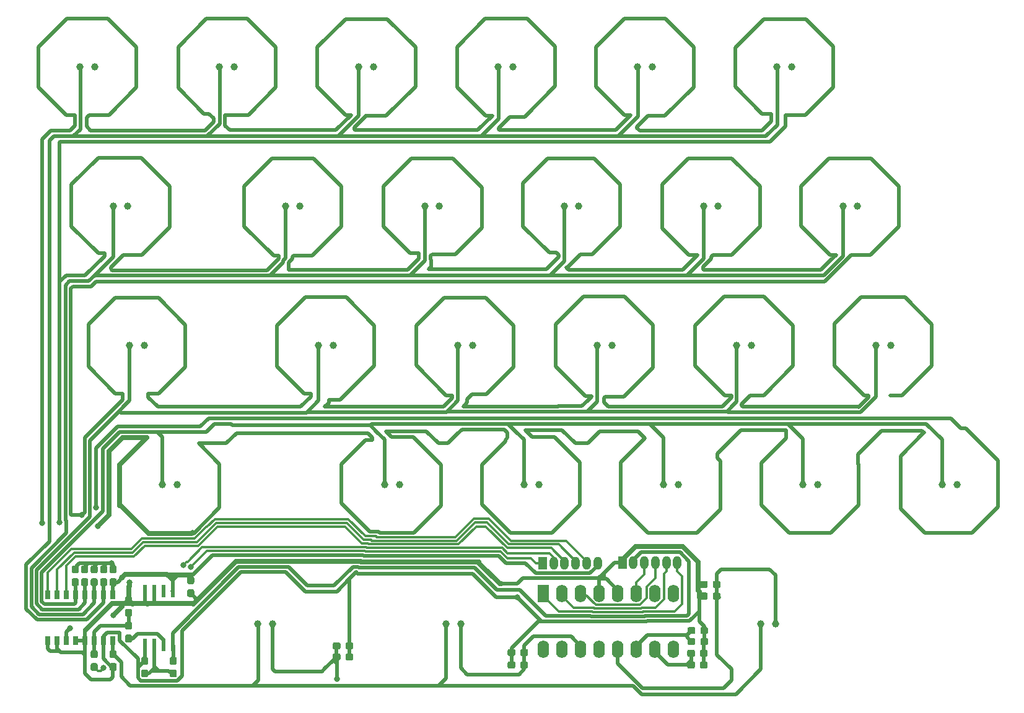
<source format=gbl>
G04 #@! TF.GenerationSoftware,KiCad,Pcbnew,(5.0.2)-1*
G04 #@! TF.CreationDate,2020-04-15T18:40:52+09:00*
G04 #@! TF.ProjectId,eckeyboard,65636b65-7962-46f6-9172-642e6b696361,rev?*
G04 #@! TF.SameCoordinates,Original*
G04 #@! TF.FileFunction,Copper,L2,Bot*
G04 #@! TF.FilePolarity,Positive*
%FSLAX46Y46*%
G04 Gerber Fmt 4.6, Leading zero omitted, Abs format (unit mm)*
G04 Created by KiCad (PCBNEW (5.0.2)-1) date 2020/04/15 18:40:52*
%MOMM*%
%LPD*%
G01*
G04 APERTURE LIST*
G04 #@! TA.AperFunction,ComponentPad*
%ADD10C,1.000000*%
G04 #@! TD*
G04 #@! TA.AperFunction,SMDPad,CuDef*
%ADD11R,0.800000X1.300000*%
G04 #@! TD*
G04 #@! TA.AperFunction,SMDPad,CuDef*
%ADD12R,0.550000X1.750000*%
G04 #@! TD*
G04 #@! TA.AperFunction,ComponentPad*
%ADD13O,1.200000X1.800000*%
G04 #@! TD*
G04 #@! TA.AperFunction,ComponentPad*
%ADD14R,1.200000X1.800000*%
G04 #@! TD*
G04 #@! TA.AperFunction,ComponentPad*
%ADD15R,1.600000X2.400000*%
G04 #@! TD*
G04 #@! TA.AperFunction,ComponentPad*
%ADD16O,1.600000X2.400000*%
G04 #@! TD*
G04 #@! TA.AperFunction,Conductor*
%ADD17C,0.100000*%
G04 #@! TD*
G04 #@! TA.AperFunction,SMDPad,CuDef*
%ADD18C,0.950000*%
G04 #@! TD*
G04 #@! TA.AperFunction,ViaPad*
%ADD19C,0.800000*%
G04 #@! TD*
G04 #@! TA.AperFunction,Conductor*
%ADD20C,0.500000*%
G04 #@! TD*
G04 #@! TA.AperFunction,Conductor*
%ADD21C,0.700000*%
G04 #@! TD*
G04 #@! TA.AperFunction,Conductor*
%ADD22C,0.300000*%
G04 #@! TD*
G04 APERTURE END LIST*
D10*
G04 #@! TO.P,TP27,2*
G04 #@! TO.N,/ROW3*
X166784000Y-107150000D03*
G04 #@! TO.P,TP27,1*
G04 #@! TO.N,/COL5*
X168800000Y-107150000D03*
G04 #@! TD*
G04 #@! TO.P,TP26,2*
G04 #@! TO.N,/ROW2*
X157734000Y-88100000D03*
G04 #@! TO.P,TP26,1*
G04 #@! TO.N,/COL5*
X159750000Y-88100000D03*
G04 #@! TD*
G04 #@! TO.P,TP25,2*
G04 #@! TO.N,/ROW1*
X153234000Y-69050000D03*
G04 #@! TO.P,TP25,1*
G04 #@! TO.N,/COL5*
X155250000Y-69050000D03*
G04 #@! TD*
G04 #@! TO.P,TP24,2*
G04 #@! TO.N,/ROW0*
X144234000Y-50000000D03*
G04 #@! TO.P,TP24,1*
G04 #@! TO.N,/COL5*
X146250000Y-50000000D03*
G04 #@! TD*
G04 #@! TO.P,TP23,2*
G04 #@! TO.N,/ROW3*
X147734000Y-107150000D03*
G04 #@! TO.P,TP23,1*
G04 #@! TO.N,/COL4*
X149750000Y-107150000D03*
G04 #@! TD*
G04 #@! TO.P,TP21,2*
G04 #@! TO.N,/ROW1*
X134184000Y-69050000D03*
G04 #@! TO.P,TP21,1*
G04 #@! TO.N,/COL4*
X136200000Y-69050000D03*
G04 #@! TD*
G04 #@! TO.P,TP20,2*
G04 #@! TO.N,/ROW0*
X125184000Y-50000000D03*
G04 #@! TO.P,TP20,1*
G04 #@! TO.N,/COL4*
X127200000Y-50000000D03*
G04 #@! TD*
G04 #@! TO.P,TP19,2*
G04 #@! TO.N,/ROW4*
X141984000Y-126200000D03*
G04 #@! TO.P,TP19,1*
G04 #@! TO.N,/COL3*
X144000000Y-126200000D03*
G04 #@! TD*
G04 #@! TO.P,TP18,2*
G04 #@! TO.N,/ROW3*
X128684000Y-107150000D03*
G04 #@! TO.P,TP18,1*
G04 #@! TO.N,/COL3*
X130700000Y-107150000D03*
G04 #@! TD*
G04 #@! TO.P,TP17,2*
G04 #@! TO.N,/ROW2*
X119634000Y-88100000D03*
G04 #@! TO.P,TP17,1*
G04 #@! TO.N,/COL3*
X121650000Y-88100000D03*
G04 #@! TD*
G04 #@! TO.P,TP16,2*
G04 #@! TO.N,/ROW1*
X115134000Y-69050000D03*
G04 #@! TO.P,TP16,1*
G04 #@! TO.N,/COL3*
X117150000Y-69050000D03*
G04 #@! TD*
G04 #@! TO.P,TP15,2*
G04 #@! TO.N,/ROW0*
X106134000Y-50000000D03*
G04 #@! TO.P,TP15,1*
G04 #@! TO.N,/COL3*
X108150000Y-50000000D03*
G04 #@! TD*
G04 #@! TO.P,TP14,2*
G04 #@! TO.N,/ROW3*
X109634000Y-107150000D03*
G04 #@! TO.P,TP14,1*
G04 #@! TO.N,/COL2*
X111650000Y-107150000D03*
G04 #@! TD*
G04 #@! TO.P,TP13,2*
G04 #@! TO.N,/ROW4*
X98984000Y-126200000D03*
G04 #@! TO.P,TP13,1*
G04 #@! TO.N,/COL1*
X101000000Y-126200000D03*
G04 #@! TD*
G04 #@! TO.P,TP12,2*
G04 #@! TO.N,/ROW3*
X90584000Y-107150000D03*
G04 #@! TO.P,TP12,1*
G04 #@! TO.N,/COL1*
X92600000Y-107150000D03*
G04 #@! TD*
G04 #@! TO.P,TP10,2*
G04 #@! TO.N,/ROW3*
X60234000Y-107150000D03*
G04 #@! TO.P,TP10,1*
G04 #@! TO.N,/COL0*
X62250000Y-107150000D03*
G04 #@! TD*
G04 #@! TO.P,TP9,2*
G04 #@! TO.N,/ROW2*
X100584000Y-88100000D03*
G04 #@! TO.P,TP9,1*
G04 #@! TO.N,/COL2*
X102600000Y-88100000D03*
G04 #@! TD*
G04 #@! TO.P,TP8,2*
G04 #@! TO.N,/ROW1*
X96084000Y-69050000D03*
G04 #@! TO.P,TP8,1*
G04 #@! TO.N,/COL2*
X98100000Y-69050000D03*
G04 #@! TD*
G04 #@! TO.P,TP7,2*
G04 #@! TO.N,/ROW0*
X87084000Y-50000000D03*
G04 #@! TO.P,TP7,1*
G04 #@! TO.N,/COL2*
X89100000Y-50000000D03*
G04 #@! TD*
G04 #@! TO.P,TP6,2*
G04 #@! TO.N,/ROW2*
X81534000Y-88100000D03*
G04 #@! TO.P,TP6,1*
G04 #@! TO.N,/COL1*
X83550000Y-88100000D03*
G04 #@! TD*
G04 #@! TO.P,TP5,2*
G04 #@! TO.N,/ROW1*
X77034000Y-69050000D03*
G04 #@! TO.P,TP5,1*
G04 #@! TO.N,/COL1*
X79050000Y-69050000D03*
G04 #@! TD*
G04 #@! TO.P,TP4,2*
G04 #@! TO.N,/ROW0*
X68034000Y-50000000D03*
G04 #@! TO.P,TP4,1*
G04 #@! TO.N,/COL1*
X70050000Y-50000000D03*
G04 #@! TD*
G04 #@! TO.P,TP3,2*
G04 #@! TO.N,/ROW2*
X55734000Y-88100000D03*
G04 #@! TO.P,TP3,1*
G04 #@! TO.N,/COL0*
X57750000Y-88100000D03*
G04 #@! TD*
G04 #@! TO.P,TP2,2*
G04 #@! TO.N,/ROW1*
X53484000Y-69050000D03*
G04 #@! TO.P,TP2,1*
G04 #@! TO.N,/COL0*
X55500000Y-69050000D03*
G04 #@! TD*
G04 #@! TO.P,TP1,2*
G04 #@! TO.N,/ROW0*
X48984000Y-50000000D03*
G04 #@! TO.P,TP1,1*
G04 #@! TO.N,/COL0*
X51000000Y-50000000D03*
G04 #@! TD*
G04 #@! TO.P,TP11,2*
G04 #@! TO.N,/ROW4*
X73284000Y-126200000D03*
G04 #@! TO.P,TP11,1*
G04 #@! TO.N,/COL0*
X75300000Y-126200000D03*
G04 #@! TD*
G04 #@! TO.P,TP22,2*
G04 #@! TO.N,/ROW2*
X138684000Y-88100000D03*
G04 #@! TO.P,TP22,1*
G04 #@! TO.N,/COL4*
X140700000Y-88100000D03*
G04 #@! TD*
D11*
G04 #@! TO.P,U1,1*
G04 #@! TO.N,/ROW4*
X53464677Y-128459650D03*
G04 #@! TO.P,U1,2*
G04 #@! TO.N,GND*
X52184677Y-128459650D03*
G04 #@! TO.P,U1,3*
G04 #@! TO.N,Net-(C1-Pad1)*
X50924677Y-128459650D03*
G04 #@! TO.P,U1,4*
G04 #@! TO.N,GND*
X49654677Y-128459650D03*
G04 #@! TO.P,U1,5*
X48374677Y-128459650D03*
G04 #@! TO.P,U1,6*
G04 #@! TO.N,/MUX_EN*
X47104677Y-128459650D03*
G04 #@! TO.P,U1,7*
G04 #@! TO.N,GND*
X45844677Y-128459650D03*
G04 #@! TO.P,U1,8*
X44564677Y-128459650D03*
G04 #@! TO.P,U1,9*
G04 #@! TO.N,/MUX_A*
X44564677Y-122159650D03*
G04 #@! TO.P,U1,10*
G04 #@! TO.N,/MUX_B*
X45844677Y-122159650D03*
G04 #@! TO.P,U1,11*
G04 #@! TO.N,/MUX_C*
X47104677Y-122159650D03*
G04 #@! TO.P,U1,12*
G04 #@! TO.N,/ROW3*
X48374677Y-122159650D03*
G04 #@! TO.P,U1,13*
G04 #@! TO.N,/ROW2*
X49654677Y-122159650D03*
G04 #@! TO.P,U1,14*
G04 #@! TO.N,/ROW1*
X50924677Y-122159650D03*
G04 #@! TO.P,U1,15*
G04 #@! TO.N,/ROW0*
X52184677Y-122159650D03*
G04 #@! TO.P,U1,16*
G04 #@! TO.N,+5V*
X53464677Y-122159650D03*
G04 #@! TD*
D12*
G04 #@! TO.P,U2,1*
G04 #@! TO.N,/READ*
X61639514Y-129092137D03*
G04 #@! TO.P,U2,2*
G04 #@! TO.N,Net-(R7-Pad1)*
X60369514Y-129092137D03*
G04 #@! TO.P,U2,3*
G04 #@! TO.N,Net-(R10-Pad2)*
X59099514Y-129092137D03*
G04 #@! TO.P,U2,4*
G04 #@! TO.N,GND*
X57829514Y-129092137D03*
G04 #@! TO.P,U2,5*
X57829514Y-121692137D03*
G04 #@! TO.P,U2,6*
X59099514Y-121692137D03*
G04 #@! TO.P,U2,7*
G04 #@! TO.N,Net-(U2-Pad7)*
X60369514Y-121692137D03*
G04 #@! TO.P,U2,8*
G04 #@! TO.N,+5V*
X61639514Y-121692137D03*
G04 #@! TD*
D13*
G04 #@! TO.P,J4,6*
G04 #@! TO.N,+5V*
X119700000Y-117900000D03*
G04 #@! TO.P,J4,5*
G04 #@! TO.N,/MUX_A*
X118200000Y-117900000D03*
G04 #@! TO.P,J4,4*
G04 #@! TO.N,/MUX_B*
X116700000Y-117900000D03*
G04 #@! TO.P,J4,3*
G04 #@! TO.N,/MUX_C*
X115200000Y-117900000D03*
G04 #@! TO.P,J4,2*
G04 #@! TO.N,/MUX_EN*
X113700000Y-117900000D03*
D14*
G04 #@! TO.P,J4,1*
G04 #@! TO.N,/DRAIN*
X112200000Y-117900000D03*
G04 #@! TD*
G04 #@! TO.P,J5,1*
G04 #@! TO.N,GND*
X123100000Y-117800000D03*
D13*
G04 #@! TO.P,J5,2*
G04 #@! TO.N,/READ*
X124600000Y-117800000D03*
G04 #@! TO.P,J5,3*
G04 #@! TO.N,/COL_EN*
X126100000Y-117800000D03*
G04 #@! TO.P,J5,4*
G04 #@! TO.N,/COL_C*
X127600000Y-117800000D03*
G04 #@! TO.P,J5,5*
G04 #@! TO.N,/COL_B*
X129100000Y-117800000D03*
G04 #@! TO.P,J5,6*
G04 #@! TO.N,/COL_A*
X130600000Y-117800000D03*
G04 #@! TD*
D15*
G04 #@! TO.P,U4,1*
G04 #@! TO.N,/COL_A*
X112300000Y-122000000D03*
D16*
G04 #@! TO.P,U4,9*
G04 #@! TO.N,Net-(U4-Pad9)*
X130080000Y-129620000D03*
G04 #@! TO.P,U4,2*
G04 #@! TO.N,/COL_B*
X114840000Y-122000000D03*
G04 #@! TO.P,U4,10*
G04 #@! TO.N,/COL5*
X127540000Y-129620000D03*
G04 #@! TO.P,U4,3*
G04 #@! TO.N,/COL_C*
X117380000Y-122000000D03*
G04 #@! TO.P,U4,11*
G04 #@! TO.N,/COL4*
X125000000Y-129620000D03*
G04 #@! TO.P,U4,4*
G04 #@! TO.N,GND*
X119920000Y-122000000D03*
G04 #@! TO.P,U4,12*
G04 #@! TO.N,/COL3*
X122460000Y-129620000D03*
G04 #@! TO.P,U4,5*
G04 #@! TO.N,GND*
X122460000Y-122000000D03*
G04 #@! TO.P,U4,13*
G04 #@! TO.N,/COL2*
X119920000Y-129620000D03*
G04 #@! TO.P,U4,6*
G04 #@! TO.N,/COL_EN*
X125000000Y-122000000D03*
G04 #@! TO.P,U4,14*
G04 #@! TO.N,/COL1*
X117380000Y-129620000D03*
G04 #@! TO.P,U4,7*
G04 #@! TO.N,Net-(U4-Pad7)*
X127540000Y-122000000D03*
G04 #@! TO.P,U4,15*
G04 #@! TO.N,/COL0*
X114840000Y-129620000D03*
G04 #@! TO.P,U4,8*
G04 #@! TO.N,GND*
X130080000Y-122000000D03*
G04 #@! TO.P,U4,16*
G04 #@! TO.N,+5V*
X112300000Y-129620000D03*
G04 #@! TD*
D17*
G04 #@! TO.N,Net-(C1-Pad1)*
G04 #@! TO.C,C1*
G36*
X55860779Y-124151144D02*
X55883834Y-124154563D01*
X55906443Y-124160227D01*
X55928387Y-124168079D01*
X55949457Y-124178044D01*
X55969448Y-124190026D01*
X55988168Y-124203910D01*
X56005438Y-124219562D01*
X56021090Y-124236832D01*
X56034974Y-124255552D01*
X56046956Y-124275543D01*
X56056921Y-124296613D01*
X56064773Y-124318557D01*
X56070437Y-124341166D01*
X56073856Y-124364221D01*
X56075000Y-124387500D01*
X56075000Y-124962500D01*
X56073856Y-124985779D01*
X56070437Y-125008834D01*
X56064773Y-125031443D01*
X56056921Y-125053387D01*
X56046956Y-125074457D01*
X56034974Y-125094448D01*
X56021090Y-125113168D01*
X56005438Y-125130438D01*
X55988168Y-125146090D01*
X55969448Y-125159974D01*
X55949457Y-125171956D01*
X55928387Y-125181921D01*
X55906443Y-125189773D01*
X55883834Y-125195437D01*
X55860779Y-125198856D01*
X55837500Y-125200000D01*
X55362500Y-125200000D01*
X55339221Y-125198856D01*
X55316166Y-125195437D01*
X55293557Y-125189773D01*
X55271613Y-125181921D01*
X55250543Y-125171956D01*
X55230552Y-125159974D01*
X55211832Y-125146090D01*
X55194562Y-125130438D01*
X55178910Y-125113168D01*
X55165026Y-125094448D01*
X55153044Y-125074457D01*
X55143079Y-125053387D01*
X55135227Y-125031443D01*
X55129563Y-125008834D01*
X55126144Y-124985779D01*
X55125000Y-124962500D01*
X55125000Y-124387500D01*
X55126144Y-124364221D01*
X55129563Y-124341166D01*
X55135227Y-124318557D01*
X55143079Y-124296613D01*
X55153044Y-124275543D01*
X55165026Y-124255552D01*
X55178910Y-124236832D01*
X55194562Y-124219562D01*
X55211832Y-124203910D01*
X55230552Y-124190026D01*
X55250543Y-124178044D01*
X55271613Y-124168079D01*
X55293557Y-124160227D01*
X55316166Y-124154563D01*
X55339221Y-124151144D01*
X55362500Y-124150000D01*
X55837500Y-124150000D01*
X55860779Y-124151144D01*
X55860779Y-124151144D01*
G37*
D18*
G04 #@! TD*
G04 #@! TO.P,C1,1*
G04 #@! TO.N,Net-(C1-Pad1)*
X55600000Y-124675000D03*
D17*
G04 #@! TO.N,GND*
G04 #@! TO.C,C1*
G36*
X55860779Y-122401144D02*
X55883834Y-122404563D01*
X55906443Y-122410227D01*
X55928387Y-122418079D01*
X55949457Y-122428044D01*
X55969448Y-122440026D01*
X55988168Y-122453910D01*
X56005438Y-122469562D01*
X56021090Y-122486832D01*
X56034974Y-122505552D01*
X56046956Y-122525543D01*
X56056921Y-122546613D01*
X56064773Y-122568557D01*
X56070437Y-122591166D01*
X56073856Y-122614221D01*
X56075000Y-122637500D01*
X56075000Y-123212500D01*
X56073856Y-123235779D01*
X56070437Y-123258834D01*
X56064773Y-123281443D01*
X56056921Y-123303387D01*
X56046956Y-123324457D01*
X56034974Y-123344448D01*
X56021090Y-123363168D01*
X56005438Y-123380438D01*
X55988168Y-123396090D01*
X55969448Y-123409974D01*
X55949457Y-123421956D01*
X55928387Y-123431921D01*
X55906443Y-123439773D01*
X55883834Y-123445437D01*
X55860779Y-123448856D01*
X55837500Y-123450000D01*
X55362500Y-123450000D01*
X55339221Y-123448856D01*
X55316166Y-123445437D01*
X55293557Y-123439773D01*
X55271613Y-123431921D01*
X55250543Y-123421956D01*
X55230552Y-123409974D01*
X55211832Y-123396090D01*
X55194562Y-123380438D01*
X55178910Y-123363168D01*
X55165026Y-123344448D01*
X55153044Y-123324457D01*
X55143079Y-123303387D01*
X55135227Y-123281443D01*
X55129563Y-123258834D01*
X55126144Y-123235779D01*
X55125000Y-123212500D01*
X55125000Y-122637500D01*
X55126144Y-122614221D01*
X55129563Y-122591166D01*
X55135227Y-122568557D01*
X55143079Y-122546613D01*
X55153044Y-122525543D01*
X55165026Y-122505552D01*
X55178910Y-122486832D01*
X55194562Y-122469562D01*
X55211832Y-122453910D01*
X55230552Y-122440026D01*
X55250543Y-122428044D01*
X55271613Y-122418079D01*
X55293557Y-122410227D01*
X55316166Y-122404563D01*
X55339221Y-122401144D01*
X55362500Y-122400000D01*
X55837500Y-122400000D01*
X55860779Y-122401144D01*
X55860779Y-122401144D01*
G37*
D18*
G04 #@! TD*
G04 #@! TO.P,C1,2*
G04 #@! TO.N,GND*
X55600000Y-122925000D03*
D17*
G04 #@! TO.N,GND*
G04 #@! TO.C,C2*
G36*
X86101190Y-128710733D02*
X86124245Y-128714152D01*
X86146854Y-128719816D01*
X86168798Y-128727668D01*
X86189868Y-128737633D01*
X86209859Y-128749615D01*
X86228579Y-128763499D01*
X86245849Y-128779151D01*
X86261501Y-128796421D01*
X86275385Y-128815141D01*
X86287367Y-128835132D01*
X86297332Y-128856202D01*
X86305184Y-128878146D01*
X86310848Y-128900755D01*
X86314267Y-128923810D01*
X86315411Y-128947089D01*
X86315411Y-129422089D01*
X86314267Y-129445368D01*
X86310848Y-129468423D01*
X86305184Y-129491032D01*
X86297332Y-129512976D01*
X86287367Y-129534046D01*
X86275385Y-129554037D01*
X86261501Y-129572757D01*
X86245849Y-129590027D01*
X86228579Y-129605679D01*
X86209859Y-129619563D01*
X86189868Y-129631545D01*
X86168798Y-129641510D01*
X86146854Y-129649362D01*
X86124245Y-129655026D01*
X86101190Y-129658445D01*
X86077911Y-129659589D01*
X85502911Y-129659589D01*
X85479632Y-129658445D01*
X85456577Y-129655026D01*
X85433968Y-129649362D01*
X85412024Y-129641510D01*
X85390954Y-129631545D01*
X85370963Y-129619563D01*
X85352243Y-129605679D01*
X85334973Y-129590027D01*
X85319321Y-129572757D01*
X85305437Y-129554037D01*
X85293455Y-129534046D01*
X85283490Y-129512976D01*
X85275638Y-129491032D01*
X85269974Y-129468423D01*
X85266555Y-129445368D01*
X85265411Y-129422089D01*
X85265411Y-128947089D01*
X85266555Y-128923810D01*
X85269974Y-128900755D01*
X85275638Y-128878146D01*
X85283490Y-128856202D01*
X85293455Y-128835132D01*
X85305437Y-128815141D01*
X85319321Y-128796421D01*
X85334973Y-128779151D01*
X85352243Y-128763499D01*
X85370963Y-128749615D01*
X85390954Y-128737633D01*
X85412024Y-128727668D01*
X85433968Y-128719816D01*
X85456577Y-128714152D01*
X85479632Y-128710733D01*
X85502911Y-128709589D01*
X86077911Y-128709589D01*
X86101190Y-128710733D01*
X86101190Y-128710733D01*
G37*
D18*
G04 #@! TD*
G04 #@! TO.P,C2,2*
G04 #@! TO.N,GND*
X85790411Y-129184589D03*
D17*
G04 #@! TO.N,/COL0*
G04 #@! TO.C,C2*
G36*
X84351190Y-128710733D02*
X84374245Y-128714152D01*
X84396854Y-128719816D01*
X84418798Y-128727668D01*
X84439868Y-128737633D01*
X84459859Y-128749615D01*
X84478579Y-128763499D01*
X84495849Y-128779151D01*
X84511501Y-128796421D01*
X84525385Y-128815141D01*
X84537367Y-128835132D01*
X84547332Y-128856202D01*
X84555184Y-128878146D01*
X84560848Y-128900755D01*
X84564267Y-128923810D01*
X84565411Y-128947089D01*
X84565411Y-129422089D01*
X84564267Y-129445368D01*
X84560848Y-129468423D01*
X84555184Y-129491032D01*
X84547332Y-129512976D01*
X84537367Y-129534046D01*
X84525385Y-129554037D01*
X84511501Y-129572757D01*
X84495849Y-129590027D01*
X84478579Y-129605679D01*
X84459859Y-129619563D01*
X84439868Y-129631545D01*
X84418798Y-129641510D01*
X84396854Y-129649362D01*
X84374245Y-129655026D01*
X84351190Y-129658445D01*
X84327911Y-129659589D01*
X83752911Y-129659589D01*
X83729632Y-129658445D01*
X83706577Y-129655026D01*
X83683968Y-129649362D01*
X83662024Y-129641510D01*
X83640954Y-129631545D01*
X83620963Y-129619563D01*
X83602243Y-129605679D01*
X83584973Y-129590027D01*
X83569321Y-129572757D01*
X83555437Y-129554037D01*
X83543455Y-129534046D01*
X83533490Y-129512976D01*
X83525638Y-129491032D01*
X83519974Y-129468423D01*
X83516555Y-129445368D01*
X83515411Y-129422089D01*
X83515411Y-128947089D01*
X83516555Y-128923810D01*
X83519974Y-128900755D01*
X83525638Y-128878146D01*
X83533490Y-128856202D01*
X83543455Y-128835132D01*
X83555437Y-128815141D01*
X83569321Y-128796421D01*
X83584973Y-128779151D01*
X83602243Y-128763499D01*
X83620963Y-128749615D01*
X83640954Y-128737633D01*
X83662024Y-128727668D01*
X83683968Y-128719816D01*
X83706577Y-128714152D01*
X83729632Y-128710733D01*
X83752911Y-128709589D01*
X84327911Y-128709589D01*
X84351190Y-128710733D01*
X84351190Y-128710733D01*
G37*
D18*
G04 #@! TD*
G04 #@! TO.P,C2,1*
G04 #@! TO.N,/COL0*
X84040411Y-129184589D03*
D17*
G04 #@! TO.N,GND*
G04 #@! TO.C,C3*
G36*
X108235779Y-131326144D02*
X108258834Y-131329563D01*
X108281443Y-131335227D01*
X108303387Y-131343079D01*
X108324457Y-131353044D01*
X108344448Y-131365026D01*
X108363168Y-131378910D01*
X108380438Y-131394562D01*
X108396090Y-131411832D01*
X108409974Y-131430552D01*
X108421956Y-131450543D01*
X108431921Y-131471613D01*
X108439773Y-131493557D01*
X108445437Y-131516166D01*
X108448856Y-131539221D01*
X108450000Y-131562500D01*
X108450000Y-132037500D01*
X108448856Y-132060779D01*
X108445437Y-132083834D01*
X108439773Y-132106443D01*
X108431921Y-132128387D01*
X108421956Y-132149457D01*
X108409974Y-132169448D01*
X108396090Y-132188168D01*
X108380438Y-132205438D01*
X108363168Y-132221090D01*
X108344448Y-132234974D01*
X108324457Y-132246956D01*
X108303387Y-132256921D01*
X108281443Y-132264773D01*
X108258834Y-132270437D01*
X108235779Y-132273856D01*
X108212500Y-132275000D01*
X107637500Y-132275000D01*
X107614221Y-132273856D01*
X107591166Y-132270437D01*
X107568557Y-132264773D01*
X107546613Y-132256921D01*
X107525543Y-132246956D01*
X107505552Y-132234974D01*
X107486832Y-132221090D01*
X107469562Y-132205438D01*
X107453910Y-132188168D01*
X107440026Y-132169448D01*
X107428044Y-132149457D01*
X107418079Y-132128387D01*
X107410227Y-132106443D01*
X107404563Y-132083834D01*
X107401144Y-132060779D01*
X107400000Y-132037500D01*
X107400000Y-131562500D01*
X107401144Y-131539221D01*
X107404563Y-131516166D01*
X107410227Y-131493557D01*
X107418079Y-131471613D01*
X107428044Y-131450543D01*
X107440026Y-131430552D01*
X107453910Y-131411832D01*
X107469562Y-131394562D01*
X107486832Y-131378910D01*
X107505552Y-131365026D01*
X107525543Y-131353044D01*
X107546613Y-131343079D01*
X107568557Y-131335227D01*
X107591166Y-131329563D01*
X107614221Y-131326144D01*
X107637500Y-131325000D01*
X108212500Y-131325000D01*
X108235779Y-131326144D01*
X108235779Y-131326144D01*
G37*
D18*
G04 #@! TD*
G04 #@! TO.P,C3,2*
G04 #@! TO.N,GND*
X107925000Y-131800000D03*
D17*
G04 #@! TO.N,/COL1*
G04 #@! TO.C,C3*
G36*
X109985779Y-131326144D02*
X110008834Y-131329563D01*
X110031443Y-131335227D01*
X110053387Y-131343079D01*
X110074457Y-131353044D01*
X110094448Y-131365026D01*
X110113168Y-131378910D01*
X110130438Y-131394562D01*
X110146090Y-131411832D01*
X110159974Y-131430552D01*
X110171956Y-131450543D01*
X110181921Y-131471613D01*
X110189773Y-131493557D01*
X110195437Y-131516166D01*
X110198856Y-131539221D01*
X110200000Y-131562500D01*
X110200000Y-132037500D01*
X110198856Y-132060779D01*
X110195437Y-132083834D01*
X110189773Y-132106443D01*
X110181921Y-132128387D01*
X110171956Y-132149457D01*
X110159974Y-132169448D01*
X110146090Y-132188168D01*
X110130438Y-132205438D01*
X110113168Y-132221090D01*
X110094448Y-132234974D01*
X110074457Y-132246956D01*
X110053387Y-132256921D01*
X110031443Y-132264773D01*
X110008834Y-132270437D01*
X109985779Y-132273856D01*
X109962500Y-132275000D01*
X109387500Y-132275000D01*
X109364221Y-132273856D01*
X109341166Y-132270437D01*
X109318557Y-132264773D01*
X109296613Y-132256921D01*
X109275543Y-132246956D01*
X109255552Y-132234974D01*
X109236832Y-132221090D01*
X109219562Y-132205438D01*
X109203910Y-132188168D01*
X109190026Y-132169448D01*
X109178044Y-132149457D01*
X109168079Y-132128387D01*
X109160227Y-132106443D01*
X109154563Y-132083834D01*
X109151144Y-132060779D01*
X109150000Y-132037500D01*
X109150000Y-131562500D01*
X109151144Y-131539221D01*
X109154563Y-131516166D01*
X109160227Y-131493557D01*
X109168079Y-131471613D01*
X109178044Y-131450543D01*
X109190026Y-131430552D01*
X109203910Y-131411832D01*
X109219562Y-131394562D01*
X109236832Y-131378910D01*
X109255552Y-131365026D01*
X109275543Y-131353044D01*
X109296613Y-131343079D01*
X109318557Y-131335227D01*
X109341166Y-131329563D01*
X109364221Y-131326144D01*
X109387500Y-131325000D01*
X109962500Y-131325000D01*
X109985779Y-131326144D01*
X109985779Y-131326144D01*
G37*
D18*
G04 #@! TD*
G04 #@! TO.P,C3,1*
G04 #@! TO.N,/COL1*
X109675000Y-131800000D03*
D17*
G04 #@! TO.N,/COL3*
G04 #@! TO.C,C5*
G36*
X136285779Y-121902227D02*
X136308834Y-121905646D01*
X136331443Y-121911310D01*
X136353387Y-121919162D01*
X136374457Y-121929127D01*
X136394448Y-121941109D01*
X136413168Y-121954993D01*
X136430438Y-121970645D01*
X136446090Y-121987915D01*
X136459974Y-122006635D01*
X136471956Y-122026626D01*
X136481921Y-122047696D01*
X136489773Y-122069640D01*
X136495437Y-122092249D01*
X136498856Y-122115304D01*
X136500000Y-122138583D01*
X136500000Y-122613583D01*
X136498856Y-122636862D01*
X136495437Y-122659917D01*
X136489773Y-122682526D01*
X136481921Y-122704470D01*
X136471956Y-122725540D01*
X136459974Y-122745531D01*
X136446090Y-122764251D01*
X136430438Y-122781521D01*
X136413168Y-122797173D01*
X136394448Y-122811057D01*
X136374457Y-122823039D01*
X136353387Y-122833004D01*
X136331443Y-122840856D01*
X136308834Y-122846520D01*
X136285779Y-122849939D01*
X136262500Y-122851083D01*
X135687500Y-122851083D01*
X135664221Y-122849939D01*
X135641166Y-122846520D01*
X135618557Y-122840856D01*
X135596613Y-122833004D01*
X135575543Y-122823039D01*
X135555552Y-122811057D01*
X135536832Y-122797173D01*
X135519562Y-122781521D01*
X135503910Y-122764251D01*
X135490026Y-122745531D01*
X135478044Y-122725540D01*
X135468079Y-122704470D01*
X135460227Y-122682526D01*
X135454563Y-122659917D01*
X135451144Y-122636862D01*
X135450000Y-122613583D01*
X135450000Y-122138583D01*
X135451144Y-122115304D01*
X135454563Y-122092249D01*
X135460227Y-122069640D01*
X135468079Y-122047696D01*
X135478044Y-122026626D01*
X135490026Y-122006635D01*
X135503910Y-121987915D01*
X135519562Y-121970645D01*
X135536832Y-121954993D01*
X135555552Y-121941109D01*
X135575543Y-121929127D01*
X135596613Y-121919162D01*
X135618557Y-121911310D01*
X135641166Y-121905646D01*
X135664221Y-121902227D01*
X135687500Y-121901083D01*
X136262500Y-121901083D01*
X136285779Y-121902227D01*
X136285779Y-121902227D01*
G37*
D18*
G04 #@! TD*
G04 #@! TO.P,C5,1*
G04 #@! TO.N,/COL3*
X135975000Y-122376083D03*
D17*
G04 #@! TO.N,GND*
G04 #@! TO.C,C5*
G36*
X134535779Y-121902227D02*
X134558834Y-121905646D01*
X134581443Y-121911310D01*
X134603387Y-121919162D01*
X134624457Y-121929127D01*
X134644448Y-121941109D01*
X134663168Y-121954993D01*
X134680438Y-121970645D01*
X134696090Y-121987915D01*
X134709974Y-122006635D01*
X134721956Y-122026626D01*
X134731921Y-122047696D01*
X134739773Y-122069640D01*
X134745437Y-122092249D01*
X134748856Y-122115304D01*
X134750000Y-122138583D01*
X134750000Y-122613583D01*
X134748856Y-122636862D01*
X134745437Y-122659917D01*
X134739773Y-122682526D01*
X134731921Y-122704470D01*
X134721956Y-122725540D01*
X134709974Y-122745531D01*
X134696090Y-122764251D01*
X134680438Y-122781521D01*
X134663168Y-122797173D01*
X134644448Y-122811057D01*
X134624457Y-122823039D01*
X134603387Y-122833004D01*
X134581443Y-122840856D01*
X134558834Y-122846520D01*
X134535779Y-122849939D01*
X134512500Y-122851083D01*
X133937500Y-122851083D01*
X133914221Y-122849939D01*
X133891166Y-122846520D01*
X133868557Y-122840856D01*
X133846613Y-122833004D01*
X133825543Y-122823039D01*
X133805552Y-122811057D01*
X133786832Y-122797173D01*
X133769562Y-122781521D01*
X133753910Y-122764251D01*
X133740026Y-122745531D01*
X133728044Y-122725540D01*
X133718079Y-122704470D01*
X133710227Y-122682526D01*
X133704563Y-122659917D01*
X133701144Y-122636862D01*
X133700000Y-122613583D01*
X133700000Y-122138583D01*
X133701144Y-122115304D01*
X133704563Y-122092249D01*
X133710227Y-122069640D01*
X133718079Y-122047696D01*
X133728044Y-122026626D01*
X133740026Y-122006635D01*
X133753910Y-121987915D01*
X133769562Y-121970645D01*
X133786832Y-121954993D01*
X133805552Y-121941109D01*
X133825543Y-121929127D01*
X133846613Y-121919162D01*
X133868557Y-121911310D01*
X133891166Y-121905646D01*
X133914221Y-121902227D01*
X133937500Y-121901083D01*
X134512500Y-121901083D01*
X134535779Y-121902227D01*
X134535779Y-121902227D01*
G37*
D18*
G04 #@! TD*
G04 #@! TO.P,C5,2*
G04 #@! TO.N,GND*
X134225000Y-122376083D03*
D17*
G04 #@! TO.N,GND*
G04 #@! TO.C,C6*
G36*
X134585779Y-126626144D02*
X134608834Y-126629563D01*
X134631443Y-126635227D01*
X134653387Y-126643079D01*
X134674457Y-126653044D01*
X134694448Y-126665026D01*
X134713168Y-126678910D01*
X134730438Y-126694562D01*
X134746090Y-126711832D01*
X134759974Y-126730552D01*
X134771956Y-126750543D01*
X134781921Y-126771613D01*
X134789773Y-126793557D01*
X134795437Y-126816166D01*
X134798856Y-126839221D01*
X134800000Y-126862500D01*
X134800000Y-127337500D01*
X134798856Y-127360779D01*
X134795437Y-127383834D01*
X134789773Y-127406443D01*
X134781921Y-127428387D01*
X134771956Y-127449457D01*
X134759974Y-127469448D01*
X134746090Y-127488168D01*
X134730438Y-127505438D01*
X134713168Y-127521090D01*
X134694448Y-127534974D01*
X134674457Y-127546956D01*
X134653387Y-127556921D01*
X134631443Y-127564773D01*
X134608834Y-127570437D01*
X134585779Y-127573856D01*
X134562500Y-127575000D01*
X133987500Y-127575000D01*
X133964221Y-127573856D01*
X133941166Y-127570437D01*
X133918557Y-127564773D01*
X133896613Y-127556921D01*
X133875543Y-127546956D01*
X133855552Y-127534974D01*
X133836832Y-127521090D01*
X133819562Y-127505438D01*
X133803910Y-127488168D01*
X133790026Y-127469448D01*
X133778044Y-127449457D01*
X133768079Y-127428387D01*
X133760227Y-127406443D01*
X133754563Y-127383834D01*
X133751144Y-127360779D01*
X133750000Y-127337500D01*
X133750000Y-126862500D01*
X133751144Y-126839221D01*
X133754563Y-126816166D01*
X133760227Y-126793557D01*
X133768079Y-126771613D01*
X133778044Y-126750543D01*
X133790026Y-126730552D01*
X133803910Y-126711832D01*
X133819562Y-126694562D01*
X133836832Y-126678910D01*
X133855552Y-126665026D01*
X133875543Y-126653044D01*
X133896613Y-126643079D01*
X133918557Y-126635227D01*
X133941166Y-126629563D01*
X133964221Y-126626144D01*
X133987500Y-126625000D01*
X134562500Y-126625000D01*
X134585779Y-126626144D01*
X134585779Y-126626144D01*
G37*
D18*
G04 #@! TD*
G04 #@! TO.P,C6,2*
G04 #@! TO.N,GND*
X134275000Y-127100000D03*
D17*
G04 #@! TO.N,/COL4*
G04 #@! TO.C,C6*
G36*
X132835779Y-126626144D02*
X132858834Y-126629563D01*
X132881443Y-126635227D01*
X132903387Y-126643079D01*
X132924457Y-126653044D01*
X132944448Y-126665026D01*
X132963168Y-126678910D01*
X132980438Y-126694562D01*
X132996090Y-126711832D01*
X133009974Y-126730552D01*
X133021956Y-126750543D01*
X133031921Y-126771613D01*
X133039773Y-126793557D01*
X133045437Y-126816166D01*
X133048856Y-126839221D01*
X133050000Y-126862500D01*
X133050000Y-127337500D01*
X133048856Y-127360779D01*
X133045437Y-127383834D01*
X133039773Y-127406443D01*
X133031921Y-127428387D01*
X133021956Y-127449457D01*
X133009974Y-127469448D01*
X132996090Y-127488168D01*
X132980438Y-127505438D01*
X132963168Y-127521090D01*
X132944448Y-127534974D01*
X132924457Y-127546956D01*
X132903387Y-127556921D01*
X132881443Y-127564773D01*
X132858834Y-127570437D01*
X132835779Y-127573856D01*
X132812500Y-127575000D01*
X132237500Y-127575000D01*
X132214221Y-127573856D01*
X132191166Y-127570437D01*
X132168557Y-127564773D01*
X132146613Y-127556921D01*
X132125543Y-127546956D01*
X132105552Y-127534974D01*
X132086832Y-127521090D01*
X132069562Y-127505438D01*
X132053910Y-127488168D01*
X132040026Y-127469448D01*
X132028044Y-127449457D01*
X132018079Y-127428387D01*
X132010227Y-127406443D01*
X132004563Y-127383834D01*
X132001144Y-127360779D01*
X132000000Y-127337500D01*
X132000000Y-126862500D01*
X132001144Y-126839221D01*
X132004563Y-126816166D01*
X132010227Y-126793557D01*
X132018079Y-126771613D01*
X132028044Y-126750543D01*
X132040026Y-126730552D01*
X132053910Y-126711832D01*
X132069562Y-126694562D01*
X132086832Y-126678910D01*
X132105552Y-126665026D01*
X132125543Y-126653044D01*
X132146613Y-126643079D01*
X132168557Y-126635227D01*
X132191166Y-126629563D01*
X132214221Y-126626144D01*
X132237500Y-126625000D01*
X132812500Y-126625000D01*
X132835779Y-126626144D01*
X132835779Y-126626144D01*
G37*
D18*
G04 #@! TD*
G04 #@! TO.P,C6,1*
G04 #@! TO.N,/COL4*
X132525000Y-127100000D03*
D17*
G04 #@! TO.N,/COL5*
G04 #@! TO.C,C7*
G36*
X132798182Y-129723693D02*
X132821237Y-129727112D01*
X132843846Y-129732776D01*
X132865790Y-129740628D01*
X132886860Y-129750593D01*
X132906851Y-129762575D01*
X132925571Y-129776459D01*
X132942841Y-129792111D01*
X132958493Y-129809381D01*
X132972377Y-129828101D01*
X132984359Y-129848092D01*
X132994324Y-129869162D01*
X133002176Y-129891106D01*
X133007840Y-129913715D01*
X133011259Y-129936770D01*
X133012403Y-129960049D01*
X133012403Y-130435049D01*
X133011259Y-130458328D01*
X133007840Y-130481383D01*
X133002176Y-130503992D01*
X132994324Y-130525936D01*
X132984359Y-130547006D01*
X132972377Y-130566997D01*
X132958493Y-130585717D01*
X132942841Y-130602987D01*
X132925571Y-130618639D01*
X132906851Y-130632523D01*
X132886860Y-130644505D01*
X132865790Y-130654470D01*
X132843846Y-130662322D01*
X132821237Y-130667986D01*
X132798182Y-130671405D01*
X132774903Y-130672549D01*
X132199903Y-130672549D01*
X132176624Y-130671405D01*
X132153569Y-130667986D01*
X132130960Y-130662322D01*
X132109016Y-130654470D01*
X132087946Y-130644505D01*
X132067955Y-130632523D01*
X132049235Y-130618639D01*
X132031965Y-130602987D01*
X132016313Y-130585717D01*
X132002429Y-130566997D01*
X131990447Y-130547006D01*
X131980482Y-130525936D01*
X131972630Y-130503992D01*
X131966966Y-130481383D01*
X131963547Y-130458328D01*
X131962403Y-130435049D01*
X131962403Y-129960049D01*
X131963547Y-129936770D01*
X131966966Y-129913715D01*
X131972630Y-129891106D01*
X131980482Y-129869162D01*
X131990447Y-129848092D01*
X132002429Y-129828101D01*
X132016313Y-129809381D01*
X132031965Y-129792111D01*
X132049235Y-129776459D01*
X132067955Y-129762575D01*
X132087946Y-129750593D01*
X132109016Y-129740628D01*
X132130960Y-129732776D01*
X132153569Y-129727112D01*
X132176624Y-129723693D01*
X132199903Y-129722549D01*
X132774903Y-129722549D01*
X132798182Y-129723693D01*
X132798182Y-129723693D01*
G37*
D18*
G04 #@! TD*
G04 #@! TO.P,C7,1*
G04 #@! TO.N,/COL5*
X132487403Y-130197549D03*
D17*
G04 #@! TO.N,GND*
G04 #@! TO.C,C7*
G36*
X134548182Y-129723693D02*
X134571237Y-129727112D01*
X134593846Y-129732776D01*
X134615790Y-129740628D01*
X134636860Y-129750593D01*
X134656851Y-129762575D01*
X134675571Y-129776459D01*
X134692841Y-129792111D01*
X134708493Y-129809381D01*
X134722377Y-129828101D01*
X134734359Y-129848092D01*
X134744324Y-129869162D01*
X134752176Y-129891106D01*
X134757840Y-129913715D01*
X134761259Y-129936770D01*
X134762403Y-129960049D01*
X134762403Y-130435049D01*
X134761259Y-130458328D01*
X134757840Y-130481383D01*
X134752176Y-130503992D01*
X134744324Y-130525936D01*
X134734359Y-130547006D01*
X134722377Y-130566997D01*
X134708493Y-130585717D01*
X134692841Y-130602987D01*
X134675571Y-130618639D01*
X134656851Y-130632523D01*
X134636860Y-130644505D01*
X134615790Y-130654470D01*
X134593846Y-130662322D01*
X134571237Y-130667986D01*
X134548182Y-130671405D01*
X134524903Y-130672549D01*
X133949903Y-130672549D01*
X133926624Y-130671405D01*
X133903569Y-130667986D01*
X133880960Y-130662322D01*
X133859016Y-130654470D01*
X133837946Y-130644505D01*
X133817955Y-130632523D01*
X133799235Y-130618639D01*
X133781965Y-130602987D01*
X133766313Y-130585717D01*
X133752429Y-130566997D01*
X133740447Y-130547006D01*
X133730482Y-130525936D01*
X133722630Y-130503992D01*
X133716966Y-130481383D01*
X133713547Y-130458328D01*
X133712403Y-130435049D01*
X133712403Y-129960049D01*
X133713547Y-129936770D01*
X133716966Y-129913715D01*
X133722630Y-129891106D01*
X133730482Y-129869162D01*
X133740447Y-129848092D01*
X133752429Y-129828101D01*
X133766313Y-129809381D01*
X133781965Y-129792111D01*
X133799235Y-129776459D01*
X133817955Y-129762575D01*
X133837946Y-129750593D01*
X133859016Y-129740628D01*
X133880960Y-129732776D01*
X133903569Y-129727112D01*
X133926624Y-129723693D01*
X133949903Y-129722549D01*
X134524903Y-129722549D01*
X134548182Y-129723693D01*
X134548182Y-129723693D01*
G37*
D18*
G04 #@! TD*
G04 #@! TO.P,C7,2*
G04 #@! TO.N,GND*
X134237403Y-130197549D03*
D17*
G04 #@! TO.N,+5V*
G04 #@! TO.C,C17*
G36*
X53760779Y-119951144D02*
X53783834Y-119954563D01*
X53806443Y-119960227D01*
X53828387Y-119968079D01*
X53849457Y-119978044D01*
X53869448Y-119990026D01*
X53888168Y-120003910D01*
X53905438Y-120019562D01*
X53921090Y-120036832D01*
X53934974Y-120055552D01*
X53946956Y-120075543D01*
X53956921Y-120096613D01*
X53964773Y-120118557D01*
X53970437Y-120141166D01*
X53973856Y-120164221D01*
X53975000Y-120187500D01*
X53975000Y-120762500D01*
X53973856Y-120785779D01*
X53970437Y-120808834D01*
X53964773Y-120831443D01*
X53956921Y-120853387D01*
X53946956Y-120874457D01*
X53934974Y-120894448D01*
X53921090Y-120913168D01*
X53905438Y-120930438D01*
X53888168Y-120946090D01*
X53869448Y-120959974D01*
X53849457Y-120971956D01*
X53828387Y-120981921D01*
X53806443Y-120989773D01*
X53783834Y-120995437D01*
X53760779Y-120998856D01*
X53737500Y-121000000D01*
X53262500Y-121000000D01*
X53239221Y-120998856D01*
X53216166Y-120995437D01*
X53193557Y-120989773D01*
X53171613Y-120981921D01*
X53150543Y-120971956D01*
X53130552Y-120959974D01*
X53111832Y-120946090D01*
X53094562Y-120930438D01*
X53078910Y-120913168D01*
X53065026Y-120894448D01*
X53053044Y-120874457D01*
X53043079Y-120853387D01*
X53035227Y-120831443D01*
X53029563Y-120808834D01*
X53026144Y-120785779D01*
X53025000Y-120762500D01*
X53025000Y-120187500D01*
X53026144Y-120164221D01*
X53029563Y-120141166D01*
X53035227Y-120118557D01*
X53043079Y-120096613D01*
X53053044Y-120075543D01*
X53065026Y-120055552D01*
X53078910Y-120036832D01*
X53094562Y-120019562D01*
X53111832Y-120003910D01*
X53130552Y-119990026D01*
X53150543Y-119978044D01*
X53171613Y-119968079D01*
X53193557Y-119960227D01*
X53216166Y-119954563D01*
X53239221Y-119951144D01*
X53262500Y-119950000D01*
X53737500Y-119950000D01*
X53760779Y-119951144D01*
X53760779Y-119951144D01*
G37*
D18*
G04 #@! TD*
G04 #@! TO.P,C17,1*
G04 #@! TO.N,+5V*
X53500000Y-120475000D03*
D17*
G04 #@! TO.N,GND*
G04 #@! TO.C,C17*
G36*
X53760779Y-118201144D02*
X53783834Y-118204563D01*
X53806443Y-118210227D01*
X53828387Y-118218079D01*
X53849457Y-118228044D01*
X53869448Y-118240026D01*
X53888168Y-118253910D01*
X53905438Y-118269562D01*
X53921090Y-118286832D01*
X53934974Y-118305552D01*
X53946956Y-118325543D01*
X53956921Y-118346613D01*
X53964773Y-118368557D01*
X53970437Y-118391166D01*
X53973856Y-118414221D01*
X53975000Y-118437500D01*
X53975000Y-119012500D01*
X53973856Y-119035779D01*
X53970437Y-119058834D01*
X53964773Y-119081443D01*
X53956921Y-119103387D01*
X53946956Y-119124457D01*
X53934974Y-119144448D01*
X53921090Y-119163168D01*
X53905438Y-119180438D01*
X53888168Y-119196090D01*
X53869448Y-119209974D01*
X53849457Y-119221956D01*
X53828387Y-119231921D01*
X53806443Y-119239773D01*
X53783834Y-119245437D01*
X53760779Y-119248856D01*
X53737500Y-119250000D01*
X53262500Y-119250000D01*
X53239221Y-119248856D01*
X53216166Y-119245437D01*
X53193557Y-119239773D01*
X53171613Y-119231921D01*
X53150543Y-119221956D01*
X53130552Y-119209974D01*
X53111832Y-119196090D01*
X53094562Y-119180438D01*
X53078910Y-119163168D01*
X53065026Y-119144448D01*
X53053044Y-119124457D01*
X53043079Y-119103387D01*
X53035227Y-119081443D01*
X53029563Y-119058834D01*
X53026144Y-119035779D01*
X53025000Y-119012500D01*
X53025000Y-118437500D01*
X53026144Y-118414221D01*
X53029563Y-118391166D01*
X53035227Y-118368557D01*
X53043079Y-118346613D01*
X53053044Y-118325543D01*
X53065026Y-118305552D01*
X53078910Y-118286832D01*
X53094562Y-118269562D01*
X53111832Y-118253910D01*
X53130552Y-118240026D01*
X53150543Y-118228044D01*
X53171613Y-118218079D01*
X53193557Y-118210227D01*
X53216166Y-118204563D01*
X53239221Y-118201144D01*
X53262500Y-118200000D01*
X53737500Y-118200000D01*
X53760779Y-118201144D01*
X53760779Y-118201144D01*
G37*
D18*
G04 #@! TD*
G04 #@! TO.P,C17,2*
G04 #@! TO.N,GND*
X53500000Y-118725000D03*
D17*
G04 #@! TO.N,+5V*
G04 #@! TO.C,C18*
G36*
X64360779Y-119701144D02*
X64383834Y-119704563D01*
X64406443Y-119710227D01*
X64428387Y-119718079D01*
X64449457Y-119728044D01*
X64469448Y-119740026D01*
X64488168Y-119753910D01*
X64505438Y-119769562D01*
X64521090Y-119786832D01*
X64534974Y-119805552D01*
X64546956Y-119825543D01*
X64556921Y-119846613D01*
X64564773Y-119868557D01*
X64570437Y-119891166D01*
X64573856Y-119914221D01*
X64575000Y-119937500D01*
X64575000Y-120512500D01*
X64573856Y-120535779D01*
X64570437Y-120558834D01*
X64564773Y-120581443D01*
X64556921Y-120603387D01*
X64546956Y-120624457D01*
X64534974Y-120644448D01*
X64521090Y-120663168D01*
X64505438Y-120680438D01*
X64488168Y-120696090D01*
X64469448Y-120709974D01*
X64449457Y-120721956D01*
X64428387Y-120731921D01*
X64406443Y-120739773D01*
X64383834Y-120745437D01*
X64360779Y-120748856D01*
X64337500Y-120750000D01*
X63862500Y-120750000D01*
X63839221Y-120748856D01*
X63816166Y-120745437D01*
X63793557Y-120739773D01*
X63771613Y-120731921D01*
X63750543Y-120721956D01*
X63730552Y-120709974D01*
X63711832Y-120696090D01*
X63694562Y-120680438D01*
X63678910Y-120663168D01*
X63665026Y-120644448D01*
X63653044Y-120624457D01*
X63643079Y-120603387D01*
X63635227Y-120581443D01*
X63629563Y-120558834D01*
X63626144Y-120535779D01*
X63625000Y-120512500D01*
X63625000Y-119937500D01*
X63626144Y-119914221D01*
X63629563Y-119891166D01*
X63635227Y-119868557D01*
X63643079Y-119846613D01*
X63653044Y-119825543D01*
X63665026Y-119805552D01*
X63678910Y-119786832D01*
X63694562Y-119769562D01*
X63711832Y-119753910D01*
X63730552Y-119740026D01*
X63750543Y-119728044D01*
X63771613Y-119718079D01*
X63793557Y-119710227D01*
X63816166Y-119704563D01*
X63839221Y-119701144D01*
X63862500Y-119700000D01*
X64337500Y-119700000D01*
X64360779Y-119701144D01*
X64360779Y-119701144D01*
G37*
D18*
G04 #@! TD*
G04 #@! TO.P,C18,1*
G04 #@! TO.N,+5V*
X64100000Y-120225000D03*
D17*
G04 #@! TO.N,GND*
G04 #@! TO.C,C18*
G36*
X64360779Y-121451144D02*
X64383834Y-121454563D01*
X64406443Y-121460227D01*
X64428387Y-121468079D01*
X64449457Y-121478044D01*
X64469448Y-121490026D01*
X64488168Y-121503910D01*
X64505438Y-121519562D01*
X64521090Y-121536832D01*
X64534974Y-121555552D01*
X64546956Y-121575543D01*
X64556921Y-121596613D01*
X64564773Y-121618557D01*
X64570437Y-121641166D01*
X64573856Y-121664221D01*
X64575000Y-121687500D01*
X64575000Y-122262500D01*
X64573856Y-122285779D01*
X64570437Y-122308834D01*
X64564773Y-122331443D01*
X64556921Y-122353387D01*
X64546956Y-122374457D01*
X64534974Y-122394448D01*
X64521090Y-122413168D01*
X64505438Y-122430438D01*
X64488168Y-122446090D01*
X64469448Y-122459974D01*
X64449457Y-122471956D01*
X64428387Y-122481921D01*
X64406443Y-122489773D01*
X64383834Y-122495437D01*
X64360779Y-122498856D01*
X64337500Y-122500000D01*
X63862500Y-122500000D01*
X63839221Y-122498856D01*
X63816166Y-122495437D01*
X63793557Y-122489773D01*
X63771613Y-122481921D01*
X63750543Y-122471956D01*
X63730552Y-122459974D01*
X63711832Y-122446090D01*
X63694562Y-122430438D01*
X63678910Y-122413168D01*
X63665026Y-122394448D01*
X63653044Y-122374457D01*
X63643079Y-122353387D01*
X63635227Y-122331443D01*
X63629563Y-122308834D01*
X63626144Y-122285779D01*
X63625000Y-122262500D01*
X63625000Y-121687500D01*
X63626144Y-121664221D01*
X63629563Y-121641166D01*
X63635227Y-121618557D01*
X63643079Y-121596613D01*
X63653044Y-121575543D01*
X63665026Y-121555552D01*
X63678910Y-121536832D01*
X63694562Y-121519562D01*
X63711832Y-121503910D01*
X63730552Y-121490026D01*
X63750543Y-121478044D01*
X63771613Y-121468079D01*
X63793557Y-121460227D01*
X63816166Y-121454563D01*
X63839221Y-121451144D01*
X63862500Y-121450000D01*
X64337500Y-121450000D01*
X64360779Y-121451144D01*
X64360779Y-121451144D01*
G37*
D18*
G04 #@! TD*
G04 #@! TO.P,C18,2*
G04 #@! TO.N,GND*
X64100000Y-121975000D03*
D17*
G04 #@! TO.N,/ROW2*
G04 #@! TO.C,R1*
G36*
X49860779Y-119951144D02*
X49883834Y-119954563D01*
X49906443Y-119960227D01*
X49928387Y-119968079D01*
X49949457Y-119978044D01*
X49969448Y-119990026D01*
X49988168Y-120003910D01*
X50005438Y-120019562D01*
X50021090Y-120036832D01*
X50034974Y-120055552D01*
X50046956Y-120075543D01*
X50056921Y-120096613D01*
X50064773Y-120118557D01*
X50070437Y-120141166D01*
X50073856Y-120164221D01*
X50075000Y-120187500D01*
X50075000Y-120762500D01*
X50073856Y-120785779D01*
X50070437Y-120808834D01*
X50064773Y-120831443D01*
X50056921Y-120853387D01*
X50046956Y-120874457D01*
X50034974Y-120894448D01*
X50021090Y-120913168D01*
X50005438Y-120930438D01*
X49988168Y-120946090D01*
X49969448Y-120959974D01*
X49949457Y-120971956D01*
X49928387Y-120981921D01*
X49906443Y-120989773D01*
X49883834Y-120995437D01*
X49860779Y-120998856D01*
X49837500Y-121000000D01*
X49362500Y-121000000D01*
X49339221Y-120998856D01*
X49316166Y-120995437D01*
X49293557Y-120989773D01*
X49271613Y-120981921D01*
X49250543Y-120971956D01*
X49230552Y-120959974D01*
X49211832Y-120946090D01*
X49194562Y-120930438D01*
X49178910Y-120913168D01*
X49165026Y-120894448D01*
X49153044Y-120874457D01*
X49143079Y-120853387D01*
X49135227Y-120831443D01*
X49129563Y-120808834D01*
X49126144Y-120785779D01*
X49125000Y-120762500D01*
X49125000Y-120187500D01*
X49126144Y-120164221D01*
X49129563Y-120141166D01*
X49135227Y-120118557D01*
X49143079Y-120096613D01*
X49153044Y-120075543D01*
X49165026Y-120055552D01*
X49178910Y-120036832D01*
X49194562Y-120019562D01*
X49211832Y-120003910D01*
X49230552Y-119990026D01*
X49250543Y-119978044D01*
X49271613Y-119968079D01*
X49293557Y-119960227D01*
X49316166Y-119954563D01*
X49339221Y-119951144D01*
X49362500Y-119950000D01*
X49837500Y-119950000D01*
X49860779Y-119951144D01*
X49860779Y-119951144D01*
G37*
D18*
G04 #@! TD*
G04 #@! TO.P,R1,1*
G04 #@! TO.N,/ROW2*
X49600000Y-120475000D03*
D17*
G04 #@! TO.N,GND*
G04 #@! TO.C,R1*
G36*
X49860779Y-118201144D02*
X49883834Y-118204563D01*
X49906443Y-118210227D01*
X49928387Y-118218079D01*
X49949457Y-118228044D01*
X49969448Y-118240026D01*
X49988168Y-118253910D01*
X50005438Y-118269562D01*
X50021090Y-118286832D01*
X50034974Y-118305552D01*
X50046956Y-118325543D01*
X50056921Y-118346613D01*
X50064773Y-118368557D01*
X50070437Y-118391166D01*
X50073856Y-118414221D01*
X50075000Y-118437500D01*
X50075000Y-119012500D01*
X50073856Y-119035779D01*
X50070437Y-119058834D01*
X50064773Y-119081443D01*
X50056921Y-119103387D01*
X50046956Y-119124457D01*
X50034974Y-119144448D01*
X50021090Y-119163168D01*
X50005438Y-119180438D01*
X49988168Y-119196090D01*
X49969448Y-119209974D01*
X49949457Y-119221956D01*
X49928387Y-119231921D01*
X49906443Y-119239773D01*
X49883834Y-119245437D01*
X49860779Y-119248856D01*
X49837500Y-119250000D01*
X49362500Y-119250000D01*
X49339221Y-119248856D01*
X49316166Y-119245437D01*
X49293557Y-119239773D01*
X49271613Y-119231921D01*
X49250543Y-119221956D01*
X49230552Y-119209974D01*
X49211832Y-119196090D01*
X49194562Y-119180438D01*
X49178910Y-119163168D01*
X49165026Y-119144448D01*
X49153044Y-119124457D01*
X49143079Y-119103387D01*
X49135227Y-119081443D01*
X49129563Y-119058834D01*
X49126144Y-119035779D01*
X49125000Y-119012500D01*
X49125000Y-118437500D01*
X49126144Y-118414221D01*
X49129563Y-118391166D01*
X49135227Y-118368557D01*
X49143079Y-118346613D01*
X49153044Y-118325543D01*
X49165026Y-118305552D01*
X49178910Y-118286832D01*
X49194562Y-118269562D01*
X49211832Y-118253910D01*
X49230552Y-118240026D01*
X49250543Y-118228044D01*
X49271613Y-118218079D01*
X49293557Y-118210227D01*
X49316166Y-118204563D01*
X49339221Y-118201144D01*
X49362500Y-118200000D01*
X49837500Y-118200000D01*
X49860779Y-118201144D01*
X49860779Y-118201144D01*
G37*
D18*
G04 #@! TD*
G04 #@! TO.P,R1,2*
G04 #@! TO.N,GND*
X49600000Y-118725000D03*
D17*
G04 #@! TO.N,GND*
G04 #@! TO.C,R2*
G36*
X51160779Y-118201144D02*
X51183834Y-118204563D01*
X51206443Y-118210227D01*
X51228387Y-118218079D01*
X51249457Y-118228044D01*
X51269448Y-118240026D01*
X51288168Y-118253910D01*
X51305438Y-118269562D01*
X51321090Y-118286832D01*
X51334974Y-118305552D01*
X51346956Y-118325543D01*
X51356921Y-118346613D01*
X51364773Y-118368557D01*
X51370437Y-118391166D01*
X51373856Y-118414221D01*
X51375000Y-118437500D01*
X51375000Y-119012500D01*
X51373856Y-119035779D01*
X51370437Y-119058834D01*
X51364773Y-119081443D01*
X51356921Y-119103387D01*
X51346956Y-119124457D01*
X51334974Y-119144448D01*
X51321090Y-119163168D01*
X51305438Y-119180438D01*
X51288168Y-119196090D01*
X51269448Y-119209974D01*
X51249457Y-119221956D01*
X51228387Y-119231921D01*
X51206443Y-119239773D01*
X51183834Y-119245437D01*
X51160779Y-119248856D01*
X51137500Y-119250000D01*
X50662500Y-119250000D01*
X50639221Y-119248856D01*
X50616166Y-119245437D01*
X50593557Y-119239773D01*
X50571613Y-119231921D01*
X50550543Y-119221956D01*
X50530552Y-119209974D01*
X50511832Y-119196090D01*
X50494562Y-119180438D01*
X50478910Y-119163168D01*
X50465026Y-119144448D01*
X50453044Y-119124457D01*
X50443079Y-119103387D01*
X50435227Y-119081443D01*
X50429563Y-119058834D01*
X50426144Y-119035779D01*
X50425000Y-119012500D01*
X50425000Y-118437500D01*
X50426144Y-118414221D01*
X50429563Y-118391166D01*
X50435227Y-118368557D01*
X50443079Y-118346613D01*
X50453044Y-118325543D01*
X50465026Y-118305552D01*
X50478910Y-118286832D01*
X50494562Y-118269562D01*
X50511832Y-118253910D01*
X50530552Y-118240026D01*
X50550543Y-118228044D01*
X50571613Y-118218079D01*
X50593557Y-118210227D01*
X50616166Y-118204563D01*
X50639221Y-118201144D01*
X50662500Y-118200000D01*
X51137500Y-118200000D01*
X51160779Y-118201144D01*
X51160779Y-118201144D01*
G37*
D18*
G04 #@! TD*
G04 #@! TO.P,R2,2*
G04 #@! TO.N,GND*
X50900000Y-118725000D03*
D17*
G04 #@! TO.N,/ROW1*
G04 #@! TO.C,R2*
G36*
X51160779Y-119951144D02*
X51183834Y-119954563D01*
X51206443Y-119960227D01*
X51228387Y-119968079D01*
X51249457Y-119978044D01*
X51269448Y-119990026D01*
X51288168Y-120003910D01*
X51305438Y-120019562D01*
X51321090Y-120036832D01*
X51334974Y-120055552D01*
X51346956Y-120075543D01*
X51356921Y-120096613D01*
X51364773Y-120118557D01*
X51370437Y-120141166D01*
X51373856Y-120164221D01*
X51375000Y-120187500D01*
X51375000Y-120762500D01*
X51373856Y-120785779D01*
X51370437Y-120808834D01*
X51364773Y-120831443D01*
X51356921Y-120853387D01*
X51346956Y-120874457D01*
X51334974Y-120894448D01*
X51321090Y-120913168D01*
X51305438Y-120930438D01*
X51288168Y-120946090D01*
X51269448Y-120959974D01*
X51249457Y-120971956D01*
X51228387Y-120981921D01*
X51206443Y-120989773D01*
X51183834Y-120995437D01*
X51160779Y-120998856D01*
X51137500Y-121000000D01*
X50662500Y-121000000D01*
X50639221Y-120998856D01*
X50616166Y-120995437D01*
X50593557Y-120989773D01*
X50571613Y-120981921D01*
X50550543Y-120971956D01*
X50530552Y-120959974D01*
X50511832Y-120946090D01*
X50494562Y-120930438D01*
X50478910Y-120913168D01*
X50465026Y-120894448D01*
X50453044Y-120874457D01*
X50443079Y-120853387D01*
X50435227Y-120831443D01*
X50429563Y-120808834D01*
X50426144Y-120785779D01*
X50425000Y-120762500D01*
X50425000Y-120187500D01*
X50426144Y-120164221D01*
X50429563Y-120141166D01*
X50435227Y-120118557D01*
X50443079Y-120096613D01*
X50453044Y-120075543D01*
X50465026Y-120055552D01*
X50478910Y-120036832D01*
X50494562Y-120019562D01*
X50511832Y-120003910D01*
X50530552Y-119990026D01*
X50550543Y-119978044D01*
X50571613Y-119968079D01*
X50593557Y-119960227D01*
X50616166Y-119954563D01*
X50639221Y-119951144D01*
X50662500Y-119950000D01*
X51137500Y-119950000D01*
X51160779Y-119951144D01*
X51160779Y-119951144D01*
G37*
D18*
G04 #@! TD*
G04 #@! TO.P,R2,1*
G04 #@! TO.N,/ROW1*
X50900000Y-120475000D03*
D17*
G04 #@! TO.N,GND*
G04 #@! TO.C,R3*
G36*
X52460779Y-118201144D02*
X52483834Y-118204563D01*
X52506443Y-118210227D01*
X52528387Y-118218079D01*
X52549457Y-118228044D01*
X52569448Y-118240026D01*
X52588168Y-118253910D01*
X52605438Y-118269562D01*
X52621090Y-118286832D01*
X52634974Y-118305552D01*
X52646956Y-118325543D01*
X52656921Y-118346613D01*
X52664773Y-118368557D01*
X52670437Y-118391166D01*
X52673856Y-118414221D01*
X52675000Y-118437500D01*
X52675000Y-119012500D01*
X52673856Y-119035779D01*
X52670437Y-119058834D01*
X52664773Y-119081443D01*
X52656921Y-119103387D01*
X52646956Y-119124457D01*
X52634974Y-119144448D01*
X52621090Y-119163168D01*
X52605438Y-119180438D01*
X52588168Y-119196090D01*
X52569448Y-119209974D01*
X52549457Y-119221956D01*
X52528387Y-119231921D01*
X52506443Y-119239773D01*
X52483834Y-119245437D01*
X52460779Y-119248856D01*
X52437500Y-119250000D01*
X51962500Y-119250000D01*
X51939221Y-119248856D01*
X51916166Y-119245437D01*
X51893557Y-119239773D01*
X51871613Y-119231921D01*
X51850543Y-119221956D01*
X51830552Y-119209974D01*
X51811832Y-119196090D01*
X51794562Y-119180438D01*
X51778910Y-119163168D01*
X51765026Y-119144448D01*
X51753044Y-119124457D01*
X51743079Y-119103387D01*
X51735227Y-119081443D01*
X51729563Y-119058834D01*
X51726144Y-119035779D01*
X51725000Y-119012500D01*
X51725000Y-118437500D01*
X51726144Y-118414221D01*
X51729563Y-118391166D01*
X51735227Y-118368557D01*
X51743079Y-118346613D01*
X51753044Y-118325543D01*
X51765026Y-118305552D01*
X51778910Y-118286832D01*
X51794562Y-118269562D01*
X51811832Y-118253910D01*
X51830552Y-118240026D01*
X51850543Y-118228044D01*
X51871613Y-118218079D01*
X51893557Y-118210227D01*
X51916166Y-118204563D01*
X51939221Y-118201144D01*
X51962500Y-118200000D01*
X52437500Y-118200000D01*
X52460779Y-118201144D01*
X52460779Y-118201144D01*
G37*
D18*
G04 #@! TD*
G04 #@! TO.P,R3,2*
G04 #@! TO.N,GND*
X52200000Y-118725000D03*
D17*
G04 #@! TO.N,/ROW0*
G04 #@! TO.C,R3*
G36*
X52460779Y-119951144D02*
X52483834Y-119954563D01*
X52506443Y-119960227D01*
X52528387Y-119968079D01*
X52549457Y-119978044D01*
X52569448Y-119990026D01*
X52588168Y-120003910D01*
X52605438Y-120019562D01*
X52621090Y-120036832D01*
X52634974Y-120055552D01*
X52646956Y-120075543D01*
X52656921Y-120096613D01*
X52664773Y-120118557D01*
X52670437Y-120141166D01*
X52673856Y-120164221D01*
X52675000Y-120187500D01*
X52675000Y-120762500D01*
X52673856Y-120785779D01*
X52670437Y-120808834D01*
X52664773Y-120831443D01*
X52656921Y-120853387D01*
X52646956Y-120874457D01*
X52634974Y-120894448D01*
X52621090Y-120913168D01*
X52605438Y-120930438D01*
X52588168Y-120946090D01*
X52569448Y-120959974D01*
X52549457Y-120971956D01*
X52528387Y-120981921D01*
X52506443Y-120989773D01*
X52483834Y-120995437D01*
X52460779Y-120998856D01*
X52437500Y-121000000D01*
X51962500Y-121000000D01*
X51939221Y-120998856D01*
X51916166Y-120995437D01*
X51893557Y-120989773D01*
X51871613Y-120981921D01*
X51850543Y-120971956D01*
X51830552Y-120959974D01*
X51811832Y-120946090D01*
X51794562Y-120930438D01*
X51778910Y-120913168D01*
X51765026Y-120894448D01*
X51753044Y-120874457D01*
X51743079Y-120853387D01*
X51735227Y-120831443D01*
X51729563Y-120808834D01*
X51726144Y-120785779D01*
X51725000Y-120762500D01*
X51725000Y-120187500D01*
X51726144Y-120164221D01*
X51729563Y-120141166D01*
X51735227Y-120118557D01*
X51743079Y-120096613D01*
X51753044Y-120075543D01*
X51765026Y-120055552D01*
X51778910Y-120036832D01*
X51794562Y-120019562D01*
X51811832Y-120003910D01*
X51830552Y-119990026D01*
X51850543Y-119978044D01*
X51871613Y-119968079D01*
X51893557Y-119960227D01*
X51916166Y-119954563D01*
X51939221Y-119951144D01*
X51962500Y-119950000D01*
X52437500Y-119950000D01*
X52460779Y-119951144D01*
X52460779Y-119951144D01*
G37*
D18*
G04 #@! TD*
G04 #@! TO.P,R3,1*
G04 #@! TO.N,/ROW0*
X52200000Y-120475000D03*
D17*
G04 #@! TO.N,/ROW3*
G04 #@! TO.C,R4*
G36*
X48560779Y-119951144D02*
X48583834Y-119954563D01*
X48606443Y-119960227D01*
X48628387Y-119968079D01*
X48649457Y-119978044D01*
X48669448Y-119990026D01*
X48688168Y-120003910D01*
X48705438Y-120019562D01*
X48721090Y-120036832D01*
X48734974Y-120055552D01*
X48746956Y-120075543D01*
X48756921Y-120096613D01*
X48764773Y-120118557D01*
X48770437Y-120141166D01*
X48773856Y-120164221D01*
X48775000Y-120187500D01*
X48775000Y-120762500D01*
X48773856Y-120785779D01*
X48770437Y-120808834D01*
X48764773Y-120831443D01*
X48756921Y-120853387D01*
X48746956Y-120874457D01*
X48734974Y-120894448D01*
X48721090Y-120913168D01*
X48705438Y-120930438D01*
X48688168Y-120946090D01*
X48669448Y-120959974D01*
X48649457Y-120971956D01*
X48628387Y-120981921D01*
X48606443Y-120989773D01*
X48583834Y-120995437D01*
X48560779Y-120998856D01*
X48537500Y-121000000D01*
X48062500Y-121000000D01*
X48039221Y-120998856D01*
X48016166Y-120995437D01*
X47993557Y-120989773D01*
X47971613Y-120981921D01*
X47950543Y-120971956D01*
X47930552Y-120959974D01*
X47911832Y-120946090D01*
X47894562Y-120930438D01*
X47878910Y-120913168D01*
X47865026Y-120894448D01*
X47853044Y-120874457D01*
X47843079Y-120853387D01*
X47835227Y-120831443D01*
X47829563Y-120808834D01*
X47826144Y-120785779D01*
X47825000Y-120762500D01*
X47825000Y-120187500D01*
X47826144Y-120164221D01*
X47829563Y-120141166D01*
X47835227Y-120118557D01*
X47843079Y-120096613D01*
X47853044Y-120075543D01*
X47865026Y-120055552D01*
X47878910Y-120036832D01*
X47894562Y-120019562D01*
X47911832Y-120003910D01*
X47930552Y-119990026D01*
X47950543Y-119978044D01*
X47971613Y-119968079D01*
X47993557Y-119960227D01*
X48016166Y-119954563D01*
X48039221Y-119951144D01*
X48062500Y-119950000D01*
X48537500Y-119950000D01*
X48560779Y-119951144D01*
X48560779Y-119951144D01*
G37*
D18*
G04 #@! TD*
G04 #@! TO.P,R4,1*
G04 #@! TO.N,/ROW3*
X48300000Y-120475000D03*
D17*
G04 #@! TO.N,GND*
G04 #@! TO.C,R4*
G36*
X48560779Y-118201144D02*
X48583834Y-118204563D01*
X48606443Y-118210227D01*
X48628387Y-118218079D01*
X48649457Y-118228044D01*
X48669448Y-118240026D01*
X48688168Y-118253910D01*
X48705438Y-118269562D01*
X48721090Y-118286832D01*
X48734974Y-118305552D01*
X48746956Y-118325543D01*
X48756921Y-118346613D01*
X48764773Y-118368557D01*
X48770437Y-118391166D01*
X48773856Y-118414221D01*
X48775000Y-118437500D01*
X48775000Y-119012500D01*
X48773856Y-119035779D01*
X48770437Y-119058834D01*
X48764773Y-119081443D01*
X48756921Y-119103387D01*
X48746956Y-119124457D01*
X48734974Y-119144448D01*
X48721090Y-119163168D01*
X48705438Y-119180438D01*
X48688168Y-119196090D01*
X48669448Y-119209974D01*
X48649457Y-119221956D01*
X48628387Y-119231921D01*
X48606443Y-119239773D01*
X48583834Y-119245437D01*
X48560779Y-119248856D01*
X48537500Y-119250000D01*
X48062500Y-119250000D01*
X48039221Y-119248856D01*
X48016166Y-119245437D01*
X47993557Y-119239773D01*
X47971613Y-119231921D01*
X47950543Y-119221956D01*
X47930552Y-119209974D01*
X47911832Y-119196090D01*
X47894562Y-119180438D01*
X47878910Y-119163168D01*
X47865026Y-119144448D01*
X47853044Y-119124457D01*
X47843079Y-119103387D01*
X47835227Y-119081443D01*
X47829563Y-119058834D01*
X47826144Y-119035779D01*
X47825000Y-119012500D01*
X47825000Y-118437500D01*
X47826144Y-118414221D01*
X47829563Y-118391166D01*
X47835227Y-118368557D01*
X47843079Y-118346613D01*
X47853044Y-118325543D01*
X47865026Y-118305552D01*
X47878910Y-118286832D01*
X47894562Y-118269562D01*
X47911832Y-118253910D01*
X47930552Y-118240026D01*
X47950543Y-118228044D01*
X47971613Y-118218079D01*
X47993557Y-118210227D01*
X48016166Y-118204563D01*
X48039221Y-118201144D01*
X48062500Y-118200000D01*
X48537500Y-118200000D01*
X48560779Y-118201144D01*
X48560779Y-118201144D01*
G37*
D18*
G04 #@! TD*
G04 #@! TO.P,R4,2*
G04 #@! TO.N,GND*
X48300000Y-118725000D03*
D17*
G04 #@! TO.N,/ROW4*
G04 #@! TO.C,R5*
G36*
X53760779Y-129801144D02*
X53783834Y-129804563D01*
X53806443Y-129810227D01*
X53828387Y-129818079D01*
X53849457Y-129828044D01*
X53869448Y-129840026D01*
X53888168Y-129853910D01*
X53905438Y-129869562D01*
X53921090Y-129886832D01*
X53934974Y-129905552D01*
X53946956Y-129925543D01*
X53956921Y-129946613D01*
X53964773Y-129968557D01*
X53970437Y-129991166D01*
X53973856Y-130014221D01*
X53975000Y-130037500D01*
X53975000Y-130612500D01*
X53973856Y-130635779D01*
X53970437Y-130658834D01*
X53964773Y-130681443D01*
X53956921Y-130703387D01*
X53946956Y-130724457D01*
X53934974Y-130744448D01*
X53921090Y-130763168D01*
X53905438Y-130780438D01*
X53888168Y-130796090D01*
X53869448Y-130809974D01*
X53849457Y-130821956D01*
X53828387Y-130831921D01*
X53806443Y-130839773D01*
X53783834Y-130845437D01*
X53760779Y-130848856D01*
X53737500Y-130850000D01*
X53262500Y-130850000D01*
X53239221Y-130848856D01*
X53216166Y-130845437D01*
X53193557Y-130839773D01*
X53171613Y-130831921D01*
X53150543Y-130821956D01*
X53130552Y-130809974D01*
X53111832Y-130796090D01*
X53094562Y-130780438D01*
X53078910Y-130763168D01*
X53065026Y-130744448D01*
X53053044Y-130724457D01*
X53043079Y-130703387D01*
X53035227Y-130681443D01*
X53029563Y-130658834D01*
X53026144Y-130635779D01*
X53025000Y-130612500D01*
X53025000Y-130037500D01*
X53026144Y-130014221D01*
X53029563Y-129991166D01*
X53035227Y-129968557D01*
X53043079Y-129946613D01*
X53053044Y-129925543D01*
X53065026Y-129905552D01*
X53078910Y-129886832D01*
X53094562Y-129869562D01*
X53111832Y-129853910D01*
X53130552Y-129840026D01*
X53150543Y-129828044D01*
X53171613Y-129818079D01*
X53193557Y-129810227D01*
X53216166Y-129804563D01*
X53239221Y-129801144D01*
X53262500Y-129800000D01*
X53737500Y-129800000D01*
X53760779Y-129801144D01*
X53760779Y-129801144D01*
G37*
D18*
G04 #@! TD*
G04 #@! TO.P,R5,1*
G04 #@! TO.N,/ROW4*
X53500000Y-130325000D03*
D17*
G04 #@! TO.N,GND*
G04 #@! TO.C,R5*
G36*
X53760779Y-131551144D02*
X53783834Y-131554563D01*
X53806443Y-131560227D01*
X53828387Y-131568079D01*
X53849457Y-131578044D01*
X53869448Y-131590026D01*
X53888168Y-131603910D01*
X53905438Y-131619562D01*
X53921090Y-131636832D01*
X53934974Y-131655552D01*
X53946956Y-131675543D01*
X53956921Y-131696613D01*
X53964773Y-131718557D01*
X53970437Y-131741166D01*
X53973856Y-131764221D01*
X53975000Y-131787500D01*
X53975000Y-132362500D01*
X53973856Y-132385779D01*
X53970437Y-132408834D01*
X53964773Y-132431443D01*
X53956921Y-132453387D01*
X53946956Y-132474457D01*
X53934974Y-132494448D01*
X53921090Y-132513168D01*
X53905438Y-132530438D01*
X53888168Y-132546090D01*
X53869448Y-132559974D01*
X53849457Y-132571956D01*
X53828387Y-132581921D01*
X53806443Y-132589773D01*
X53783834Y-132595437D01*
X53760779Y-132598856D01*
X53737500Y-132600000D01*
X53262500Y-132600000D01*
X53239221Y-132598856D01*
X53216166Y-132595437D01*
X53193557Y-132589773D01*
X53171613Y-132581921D01*
X53150543Y-132571956D01*
X53130552Y-132559974D01*
X53111832Y-132546090D01*
X53094562Y-132530438D01*
X53078910Y-132513168D01*
X53065026Y-132494448D01*
X53053044Y-132474457D01*
X53043079Y-132453387D01*
X53035227Y-132431443D01*
X53029563Y-132408834D01*
X53026144Y-132385779D01*
X53025000Y-132362500D01*
X53025000Y-131787500D01*
X53026144Y-131764221D01*
X53029563Y-131741166D01*
X53035227Y-131718557D01*
X53043079Y-131696613D01*
X53053044Y-131675543D01*
X53065026Y-131655552D01*
X53078910Y-131636832D01*
X53094562Y-131619562D01*
X53111832Y-131603910D01*
X53130552Y-131590026D01*
X53150543Y-131578044D01*
X53171613Y-131568079D01*
X53193557Y-131560227D01*
X53216166Y-131554563D01*
X53239221Y-131551144D01*
X53262500Y-131550000D01*
X53737500Y-131550000D01*
X53760779Y-131551144D01*
X53760779Y-131551144D01*
G37*
D18*
G04 #@! TD*
G04 #@! TO.P,R5,2*
G04 #@! TO.N,GND*
X53500000Y-132075000D03*
D17*
G04 #@! TO.N,Net-(C1-Pad1)*
G04 #@! TO.C,R6*
G36*
X51160779Y-129801144D02*
X51183834Y-129804563D01*
X51206443Y-129810227D01*
X51228387Y-129818079D01*
X51249457Y-129828044D01*
X51269448Y-129840026D01*
X51288168Y-129853910D01*
X51305438Y-129869562D01*
X51321090Y-129886832D01*
X51334974Y-129905552D01*
X51346956Y-129925543D01*
X51356921Y-129946613D01*
X51364773Y-129968557D01*
X51370437Y-129991166D01*
X51373856Y-130014221D01*
X51375000Y-130037500D01*
X51375000Y-130612500D01*
X51373856Y-130635779D01*
X51370437Y-130658834D01*
X51364773Y-130681443D01*
X51356921Y-130703387D01*
X51346956Y-130724457D01*
X51334974Y-130744448D01*
X51321090Y-130763168D01*
X51305438Y-130780438D01*
X51288168Y-130796090D01*
X51269448Y-130809974D01*
X51249457Y-130821956D01*
X51228387Y-130831921D01*
X51206443Y-130839773D01*
X51183834Y-130845437D01*
X51160779Y-130848856D01*
X51137500Y-130850000D01*
X50662500Y-130850000D01*
X50639221Y-130848856D01*
X50616166Y-130845437D01*
X50593557Y-130839773D01*
X50571613Y-130831921D01*
X50550543Y-130821956D01*
X50530552Y-130809974D01*
X50511832Y-130796090D01*
X50494562Y-130780438D01*
X50478910Y-130763168D01*
X50465026Y-130744448D01*
X50453044Y-130724457D01*
X50443079Y-130703387D01*
X50435227Y-130681443D01*
X50429563Y-130658834D01*
X50426144Y-130635779D01*
X50425000Y-130612500D01*
X50425000Y-130037500D01*
X50426144Y-130014221D01*
X50429563Y-129991166D01*
X50435227Y-129968557D01*
X50443079Y-129946613D01*
X50453044Y-129925543D01*
X50465026Y-129905552D01*
X50478910Y-129886832D01*
X50494562Y-129869562D01*
X50511832Y-129853910D01*
X50530552Y-129840026D01*
X50550543Y-129828044D01*
X50571613Y-129818079D01*
X50593557Y-129810227D01*
X50616166Y-129804563D01*
X50639221Y-129801144D01*
X50662500Y-129800000D01*
X51137500Y-129800000D01*
X51160779Y-129801144D01*
X51160779Y-129801144D01*
G37*
D18*
G04 #@! TD*
G04 #@! TO.P,R6,2*
G04 #@! TO.N,Net-(C1-Pad1)*
X50900000Y-130325000D03*
D17*
G04 #@! TO.N,/DRAIN*
G04 #@! TO.C,R6*
G36*
X51160779Y-131551144D02*
X51183834Y-131554563D01*
X51206443Y-131560227D01*
X51228387Y-131568079D01*
X51249457Y-131578044D01*
X51269448Y-131590026D01*
X51288168Y-131603910D01*
X51305438Y-131619562D01*
X51321090Y-131636832D01*
X51334974Y-131655552D01*
X51346956Y-131675543D01*
X51356921Y-131696613D01*
X51364773Y-131718557D01*
X51370437Y-131741166D01*
X51373856Y-131764221D01*
X51375000Y-131787500D01*
X51375000Y-132362500D01*
X51373856Y-132385779D01*
X51370437Y-132408834D01*
X51364773Y-132431443D01*
X51356921Y-132453387D01*
X51346956Y-132474457D01*
X51334974Y-132494448D01*
X51321090Y-132513168D01*
X51305438Y-132530438D01*
X51288168Y-132546090D01*
X51269448Y-132559974D01*
X51249457Y-132571956D01*
X51228387Y-132581921D01*
X51206443Y-132589773D01*
X51183834Y-132595437D01*
X51160779Y-132598856D01*
X51137500Y-132600000D01*
X50662500Y-132600000D01*
X50639221Y-132598856D01*
X50616166Y-132595437D01*
X50593557Y-132589773D01*
X50571613Y-132581921D01*
X50550543Y-132571956D01*
X50530552Y-132559974D01*
X50511832Y-132546090D01*
X50494562Y-132530438D01*
X50478910Y-132513168D01*
X50465026Y-132494448D01*
X50453044Y-132474457D01*
X50443079Y-132453387D01*
X50435227Y-132431443D01*
X50429563Y-132408834D01*
X50426144Y-132385779D01*
X50425000Y-132362500D01*
X50425000Y-131787500D01*
X50426144Y-131764221D01*
X50429563Y-131741166D01*
X50435227Y-131718557D01*
X50443079Y-131696613D01*
X50453044Y-131675543D01*
X50465026Y-131655552D01*
X50478910Y-131636832D01*
X50494562Y-131619562D01*
X50511832Y-131603910D01*
X50530552Y-131590026D01*
X50550543Y-131578044D01*
X50571613Y-131568079D01*
X50593557Y-131560227D01*
X50616166Y-131554563D01*
X50639221Y-131551144D01*
X50662500Y-131550000D01*
X51137500Y-131550000D01*
X51160779Y-131551144D01*
X51160779Y-131551144D01*
G37*
D18*
G04 #@! TD*
G04 #@! TO.P,R6,1*
G04 #@! TO.N,/DRAIN*
X50900000Y-132075000D03*
D17*
G04 #@! TO.N,Net-(R7-Pad1)*
G04 #@! TO.C,R7*
G36*
X55860779Y-127651144D02*
X55883834Y-127654563D01*
X55906443Y-127660227D01*
X55928387Y-127668079D01*
X55949457Y-127678044D01*
X55969448Y-127690026D01*
X55988168Y-127703910D01*
X56005438Y-127719562D01*
X56021090Y-127736832D01*
X56034974Y-127755552D01*
X56046956Y-127775543D01*
X56056921Y-127796613D01*
X56064773Y-127818557D01*
X56070437Y-127841166D01*
X56073856Y-127864221D01*
X56075000Y-127887500D01*
X56075000Y-128462500D01*
X56073856Y-128485779D01*
X56070437Y-128508834D01*
X56064773Y-128531443D01*
X56056921Y-128553387D01*
X56046956Y-128574457D01*
X56034974Y-128594448D01*
X56021090Y-128613168D01*
X56005438Y-128630438D01*
X55988168Y-128646090D01*
X55969448Y-128659974D01*
X55949457Y-128671956D01*
X55928387Y-128681921D01*
X55906443Y-128689773D01*
X55883834Y-128695437D01*
X55860779Y-128698856D01*
X55837500Y-128700000D01*
X55362500Y-128700000D01*
X55339221Y-128698856D01*
X55316166Y-128695437D01*
X55293557Y-128689773D01*
X55271613Y-128681921D01*
X55250543Y-128671956D01*
X55230552Y-128659974D01*
X55211832Y-128646090D01*
X55194562Y-128630438D01*
X55178910Y-128613168D01*
X55165026Y-128594448D01*
X55153044Y-128574457D01*
X55143079Y-128553387D01*
X55135227Y-128531443D01*
X55129563Y-128508834D01*
X55126144Y-128485779D01*
X55125000Y-128462500D01*
X55125000Y-127887500D01*
X55126144Y-127864221D01*
X55129563Y-127841166D01*
X55135227Y-127818557D01*
X55143079Y-127796613D01*
X55153044Y-127775543D01*
X55165026Y-127755552D01*
X55178910Y-127736832D01*
X55194562Y-127719562D01*
X55211832Y-127703910D01*
X55230552Y-127690026D01*
X55250543Y-127678044D01*
X55271613Y-127668079D01*
X55293557Y-127660227D01*
X55316166Y-127654563D01*
X55339221Y-127651144D01*
X55362500Y-127650000D01*
X55837500Y-127650000D01*
X55860779Y-127651144D01*
X55860779Y-127651144D01*
G37*
D18*
G04 #@! TD*
G04 #@! TO.P,R7,1*
G04 #@! TO.N,Net-(R7-Pad1)*
X55600000Y-128175000D03*
D17*
G04 #@! TO.N,Net-(C1-Pad1)*
G04 #@! TO.C,R7*
G36*
X55860779Y-125901144D02*
X55883834Y-125904563D01*
X55906443Y-125910227D01*
X55928387Y-125918079D01*
X55949457Y-125928044D01*
X55969448Y-125940026D01*
X55988168Y-125953910D01*
X56005438Y-125969562D01*
X56021090Y-125986832D01*
X56034974Y-126005552D01*
X56046956Y-126025543D01*
X56056921Y-126046613D01*
X56064773Y-126068557D01*
X56070437Y-126091166D01*
X56073856Y-126114221D01*
X56075000Y-126137500D01*
X56075000Y-126712500D01*
X56073856Y-126735779D01*
X56070437Y-126758834D01*
X56064773Y-126781443D01*
X56056921Y-126803387D01*
X56046956Y-126824457D01*
X56034974Y-126844448D01*
X56021090Y-126863168D01*
X56005438Y-126880438D01*
X55988168Y-126896090D01*
X55969448Y-126909974D01*
X55949457Y-126921956D01*
X55928387Y-126931921D01*
X55906443Y-126939773D01*
X55883834Y-126945437D01*
X55860779Y-126948856D01*
X55837500Y-126950000D01*
X55362500Y-126950000D01*
X55339221Y-126948856D01*
X55316166Y-126945437D01*
X55293557Y-126939773D01*
X55271613Y-126931921D01*
X55250543Y-126921956D01*
X55230552Y-126909974D01*
X55211832Y-126896090D01*
X55194562Y-126880438D01*
X55178910Y-126863168D01*
X55165026Y-126844448D01*
X55153044Y-126824457D01*
X55143079Y-126803387D01*
X55135227Y-126781443D01*
X55129563Y-126758834D01*
X55126144Y-126735779D01*
X55125000Y-126712500D01*
X55125000Y-126137500D01*
X55126144Y-126114221D01*
X55129563Y-126091166D01*
X55135227Y-126068557D01*
X55143079Y-126046613D01*
X55153044Y-126025543D01*
X55165026Y-126005552D01*
X55178910Y-125986832D01*
X55194562Y-125969562D01*
X55211832Y-125953910D01*
X55230552Y-125940026D01*
X55250543Y-125928044D01*
X55271613Y-125918079D01*
X55293557Y-125910227D01*
X55316166Y-125904563D01*
X55339221Y-125901144D01*
X55362500Y-125900000D01*
X55837500Y-125900000D01*
X55860779Y-125901144D01*
X55860779Y-125901144D01*
G37*
D18*
G04 #@! TD*
G04 #@! TO.P,R7,2*
G04 #@! TO.N,Net-(C1-Pad1)*
X55600000Y-126425000D03*
D17*
G04 #@! TO.N,Net-(R10-Pad2)*
G04 #@! TO.C,R8*
G36*
X58060779Y-132451144D02*
X58083834Y-132454563D01*
X58106443Y-132460227D01*
X58128387Y-132468079D01*
X58149457Y-132478044D01*
X58169448Y-132490026D01*
X58188168Y-132503910D01*
X58205438Y-132519562D01*
X58221090Y-132536832D01*
X58234974Y-132555552D01*
X58246956Y-132575543D01*
X58256921Y-132596613D01*
X58264773Y-132618557D01*
X58270437Y-132641166D01*
X58273856Y-132664221D01*
X58275000Y-132687500D01*
X58275000Y-133262500D01*
X58273856Y-133285779D01*
X58270437Y-133308834D01*
X58264773Y-133331443D01*
X58256921Y-133353387D01*
X58246956Y-133374457D01*
X58234974Y-133394448D01*
X58221090Y-133413168D01*
X58205438Y-133430438D01*
X58188168Y-133446090D01*
X58169448Y-133459974D01*
X58149457Y-133471956D01*
X58128387Y-133481921D01*
X58106443Y-133489773D01*
X58083834Y-133495437D01*
X58060779Y-133498856D01*
X58037500Y-133500000D01*
X57562500Y-133500000D01*
X57539221Y-133498856D01*
X57516166Y-133495437D01*
X57493557Y-133489773D01*
X57471613Y-133481921D01*
X57450543Y-133471956D01*
X57430552Y-133459974D01*
X57411832Y-133446090D01*
X57394562Y-133430438D01*
X57378910Y-133413168D01*
X57365026Y-133394448D01*
X57353044Y-133374457D01*
X57343079Y-133353387D01*
X57335227Y-133331443D01*
X57329563Y-133308834D01*
X57326144Y-133285779D01*
X57325000Y-133262500D01*
X57325000Y-132687500D01*
X57326144Y-132664221D01*
X57329563Y-132641166D01*
X57335227Y-132618557D01*
X57343079Y-132596613D01*
X57353044Y-132575543D01*
X57365026Y-132555552D01*
X57378910Y-132536832D01*
X57394562Y-132519562D01*
X57411832Y-132503910D01*
X57430552Y-132490026D01*
X57450543Y-132478044D01*
X57471613Y-132468079D01*
X57493557Y-132460227D01*
X57516166Y-132454563D01*
X57539221Y-132451144D01*
X57562500Y-132450000D01*
X58037500Y-132450000D01*
X58060779Y-132451144D01*
X58060779Y-132451144D01*
G37*
D18*
G04 #@! TD*
G04 #@! TO.P,R8,2*
G04 #@! TO.N,Net-(R10-Pad2)*
X57800000Y-132975000D03*
D17*
G04 #@! TO.N,GND*
G04 #@! TO.C,R8*
G36*
X58060779Y-130701144D02*
X58083834Y-130704563D01*
X58106443Y-130710227D01*
X58128387Y-130718079D01*
X58149457Y-130728044D01*
X58169448Y-130740026D01*
X58188168Y-130753910D01*
X58205438Y-130769562D01*
X58221090Y-130786832D01*
X58234974Y-130805552D01*
X58246956Y-130825543D01*
X58256921Y-130846613D01*
X58264773Y-130868557D01*
X58270437Y-130891166D01*
X58273856Y-130914221D01*
X58275000Y-130937500D01*
X58275000Y-131512500D01*
X58273856Y-131535779D01*
X58270437Y-131558834D01*
X58264773Y-131581443D01*
X58256921Y-131603387D01*
X58246956Y-131624457D01*
X58234974Y-131644448D01*
X58221090Y-131663168D01*
X58205438Y-131680438D01*
X58188168Y-131696090D01*
X58169448Y-131709974D01*
X58149457Y-131721956D01*
X58128387Y-131731921D01*
X58106443Y-131739773D01*
X58083834Y-131745437D01*
X58060779Y-131748856D01*
X58037500Y-131750000D01*
X57562500Y-131750000D01*
X57539221Y-131748856D01*
X57516166Y-131745437D01*
X57493557Y-131739773D01*
X57471613Y-131731921D01*
X57450543Y-131721956D01*
X57430552Y-131709974D01*
X57411832Y-131696090D01*
X57394562Y-131680438D01*
X57378910Y-131663168D01*
X57365026Y-131644448D01*
X57353044Y-131624457D01*
X57343079Y-131603387D01*
X57335227Y-131581443D01*
X57329563Y-131558834D01*
X57326144Y-131535779D01*
X57325000Y-131512500D01*
X57325000Y-130937500D01*
X57326144Y-130914221D01*
X57329563Y-130891166D01*
X57335227Y-130868557D01*
X57343079Y-130846613D01*
X57353044Y-130825543D01*
X57365026Y-130805552D01*
X57378910Y-130786832D01*
X57394562Y-130769562D01*
X57411832Y-130753910D01*
X57430552Y-130740026D01*
X57450543Y-130728044D01*
X57471613Y-130718079D01*
X57493557Y-130710227D01*
X57516166Y-130704563D01*
X57539221Y-130701144D01*
X57562500Y-130700000D01*
X58037500Y-130700000D01*
X58060779Y-130701144D01*
X58060779Y-130701144D01*
G37*
D18*
G04 #@! TD*
G04 #@! TO.P,R8,1*
G04 #@! TO.N,GND*
X57800000Y-131225000D03*
D17*
G04 #@! TO.N,/COL0*
G04 #@! TO.C,R9*
G36*
X84351190Y-130210733D02*
X84374245Y-130214152D01*
X84396854Y-130219816D01*
X84418798Y-130227668D01*
X84439868Y-130237633D01*
X84459859Y-130249615D01*
X84478579Y-130263499D01*
X84495849Y-130279151D01*
X84511501Y-130296421D01*
X84525385Y-130315141D01*
X84537367Y-130335132D01*
X84547332Y-130356202D01*
X84555184Y-130378146D01*
X84560848Y-130400755D01*
X84564267Y-130423810D01*
X84565411Y-130447089D01*
X84565411Y-130922089D01*
X84564267Y-130945368D01*
X84560848Y-130968423D01*
X84555184Y-130991032D01*
X84547332Y-131012976D01*
X84537367Y-131034046D01*
X84525385Y-131054037D01*
X84511501Y-131072757D01*
X84495849Y-131090027D01*
X84478579Y-131105679D01*
X84459859Y-131119563D01*
X84439868Y-131131545D01*
X84418798Y-131141510D01*
X84396854Y-131149362D01*
X84374245Y-131155026D01*
X84351190Y-131158445D01*
X84327911Y-131159589D01*
X83752911Y-131159589D01*
X83729632Y-131158445D01*
X83706577Y-131155026D01*
X83683968Y-131149362D01*
X83662024Y-131141510D01*
X83640954Y-131131545D01*
X83620963Y-131119563D01*
X83602243Y-131105679D01*
X83584973Y-131090027D01*
X83569321Y-131072757D01*
X83555437Y-131054037D01*
X83543455Y-131034046D01*
X83533490Y-131012976D01*
X83525638Y-130991032D01*
X83519974Y-130968423D01*
X83516555Y-130945368D01*
X83515411Y-130922089D01*
X83515411Y-130447089D01*
X83516555Y-130423810D01*
X83519974Y-130400755D01*
X83525638Y-130378146D01*
X83533490Y-130356202D01*
X83543455Y-130335132D01*
X83555437Y-130315141D01*
X83569321Y-130296421D01*
X83584973Y-130279151D01*
X83602243Y-130263499D01*
X83620963Y-130249615D01*
X83640954Y-130237633D01*
X83662024Y-130227668D01*
X83683968Y-130219816D01*
X83706577Y-130214152D01*
X83729632Y-130210733D01*
X83752911Y-130209589D01*
X84327911Y-130209589D01*
X84351190Y-130210733D01*
X84351190Y-130210733D01*
G37*
D18*
G04 #@! TD*
G04 #@! TO.P,R9,1*
G04 #@! TO.N,/COL0*
X84040411Y-130684589D03*
D17*
G04 #@! TO.N,GND*
G04 #@! TO.C,R9*
G36*
X86101190Y-130210733D02*
X86124245Y-130214152D01*
X86146854Y-130219816D01*
X86168798Y-130227668D01*
X86189868Y-130237633D01*
X86209859Y-130249615D01*
X86228579Y-130263499D01*
X86245849Y-130279151D01*
X86261501Y-130296421D01*
X86275385Y-130315141D01*
X86287367Y-130335132D01*
X86297332Y-130356202D01*
X86305184Y-130378146D01*
X86310848Y-130400755D01*
X86314267Y-130423810D01*
X86315411Y-130447089D01*
X86315411Y-130922089D01*
X86314267Y-130945368D01*
X86310848Y-130968423D01*
X86305184Y-130991032D01*
X86297332Y-131012976D01*
X86287367Y-131034046D01*
X86275385Y-131054037D01*
X86261501Y-131072757D01*
X86245849Y-131090027D01*
X86228579Y-131105679D01*
X86209859Y-131119563D01*
X86189868Y-131131545D01*
X86168798Y-131141510D01*
X86146854Y-131149362D01*
X86124245Y-131155026D01*
X86101190Y-131158445D01*
X86077911Y-131159589D01*
X85502911Y-131159589D01*
X85479632Y-131158445D01*
X85456577Y-131155026D01*
X85433968Y-131149362D01*
X85412024Y-131141510D01*
X85390954Y-131131545D01*
X85370963Y-131119563D01*
X85352243Y-131105679D01*
X85334973Y-131090027D01*
X85319321Y-131072757D01*
X85305437Y-131054037D01*
X85293455Y-131034046D01*
X85283490Y-131012976D01*
X85275638Y-130991032D01*
X85269974Y-130968423D01*
X85266555Y-130945368D01*
X85265411Y-130922089D01*
X85265411Y-130447089D01*
X85266555Y-130423810D01*
X85269974Y-130400755D01*
X85275638Y-130378146D01*
X85283490Y-130356202D01*
X85293455Y-130335132D01*
X85305437Y-130315141D01*
X85319321Y-130296421D01*
X85334973Y-130279151D01*
X85352243Y-130263499D01*
X85370963Y-130249615D01*
X85390954Y-130237633D01*
X85412024Y-130227668D01*
X85433968Y-130219816D01*
X85456577Y-130214152D01*
X85479632Y-130210733D01*
X85502911Y-130209589D01*
X86077911Y-130209589D01*
X86101190Y-130210733D01*
X86101190Y-130210733D01*
G37*
D18*
G04 #@! TD*
G04 #@! TO.P,R9,2*
G04 #@! TO.N,GND*
X85790411Y-130684589D03*
D17*
G04 #@! TO.N,/READ*
G04 #@! TO.C,R10*
G36*
X61960779Y-130701144D02*
X61983834Y-130704563D01*
X62006443Y-130710227D01*
X62028387Y-130718079D01*
X62049457Y-130728044D01*
X62069448Y-130740026D01*
X62088168Y-130753910D01*
X62105438Y-130769562D01*
X62121090Y-130786832D01*
X62134974Y-130805552D01*
X62146956Y-130825543D01*
X62156921Y-130846613D01*
X62164773Y-130868557D01*
X62170437Y-130891166D01*
X62173856Y-130914221D01*
X62175000Y-130937500D01*
X62175000Y-131512500D01*
X62173856Y-131535779D01*
X62170437Y-131558834D01*
X62164773Y-131581443D01*
X62156921Y-131603387D01*
X62146956Y-131624457D01*
X62134974Y-131644448D01*
X62121090Y-131663168D01*
X62105438Y-131680438D01*
X62088168Y-131696090D01*
X62069448Y-131709974D01*
X62049457Y-131721956D01*
X62028387Y-131731921D01*
X62006443Y-131739773D01*
X61983834Y-131745437D01*
X61960779Y-131748856D01*
X61937500Y-131750000D01*
X61462500Y-131750000D01*
X61439221Y-131748856D01*
X61416166Y-131745437D01*
X61393557Y-131739773D01*
X61371613Y-131731921D01*
X61350543Y-131721956D01*
X61330552Y-131709974D01*
X61311832Y-131696090D01*
X61294562Y-131680438D01*
X61278910Y-131663168D01*
X61265026Y-131644448D01*
X61253044Y-131624457D01*
X61243079Y-131603387D01*
X61235227Y-131581443D01*
X61229563Y-131558834D01*
X61226144Y-131535779D01*
X61225000Y-131512500D01*
X61225000Y-130937500D01*
X61226144Y-130914221D01*
X61229563Y-130891166D01*
X61235227Y-130868557D01*
X61243079Y-130846613D01*
X61253044Y-130825543D01*
X61265026Y-130805552D01*
X61278910Y-130786832D01*
X61294562Y-130769562D01*
X61311832Y-130753910D01*
X61330552Y-130740026D01*
X61350543Y-130728044D01*
X61371613Y-130718079D01*
X61393557Y-130710227D01*
X61416166Y-130704563D01*
X61439221Y-130701144D01*
X61462500Y-130700000D01*
X61937500Y-130700000D01*
X61960779Y-130701144D01*
X61960779Y-130701144D01*
G37*
D18*
G04 #@! TD*
G04 #@! TO.P,R10,1*
G04 #@! TO.N,/READ*
X61700000Y-131225000D03*
D17*
G04 #@! TO.N,Net-(R10-Pad2)*
G04 #@! TO.C,R10*
G36*
X61960779Y-132451144D02*
X61983834Y-132454563D01*
X62006443Y-132460227D01*
X62028387Y-132468079D01*
X62049457Y-132478044D01*
X62069448Y-132490026D01*
X62088168Y-132503910D01*
X62105438Y-132519562D01*
X62121090Y-132536832D01*
X62134974Y-132555552D01*
X62146956Y-132575543D01*
X62156921Y-132596613D01*
X62164773Y-132618557D01*
X62170437Y-132641166D01*
X62173856Y-132664221D01*
X62175000Y-132687500D01*
X62175000Y-133262500D01*
X62173856Y-133285779D01*
X62170437Y-133308834D01*
X62164773Y-133331443D01*
X62156921Y-133353387D01*
X62146956Y-133374457D01*
X62134974Y-133394448D01*
X62121090Y-133413168D01*
X62105438Y-133430438D01*
X62088168Y-133446090D01*
X62069448Y-133459974D01*
X62049457Y-133471956D01*
X62028387Y-133481921D01*
X62006443Y-133489773D01*
X61983834Y-133495437D01*
X61960779Y-133498856D01*
X61937500Y-133500000D01*
X61462500Y-133500000D01*
X61439221Y-133498856D01*
X61416166Y-133495437D01*
X61393557Y-133489773D01*
X61371613Y-133481921D01*
X61350543Y-133471956D01*
X61330552Y-133459974D01*
X61311832Y-133446090D01*
X61294562Y-133430438D01*
X61278910Y-133413168D01*
X61265026Y-133394448D01*
X61253044Y-133374457D01*
X61243079Y-133353387D01*
X61235227Y-133331443D01*
X61229563Y-133308834D01*
X61226144Y-133285779D01*
X61225000Y-133262500D01*
X61225000Y-132687500D01*
X61226144Y-132664221D01*
X61229563Y-132641166D01*
X61235227Y-132618557D01*
X61243079Y-132596613D01*
X61253044Y-132575543D01*
X61265026Y-132555552D01*
X61278910Y-132536832D01*
X61294562Y-132519562D01*
X61311832Y-132503910D01*
X61330552Y-132490026D01*
X61350543Y-132478044D01*
X61371613Y-132468079D01*
X61393557Y-132460227D01*
X61416166Y-132454563D01*
X61439221Y-132451144D01*
X61462500Y-132450000D01*
X61937500Y-132450000D01*
X61960779Y-132451144D01*
X61960779Y-132451144D01*
G37*
D18*
G04 #@! TD*
G04 #@! TO.P,R10,2*
G04 #@! TO.N,Net-(R10-Pad2)*
X61700000Y-132975000D03*
D17*
G04 #@! TO.N,GND*
G04 #@! TO.C,R11*
G36*
X108235779Y-129626144D02*
X108258834Y-129629563D01*
X108281443Y-129635227D01*
X108303387Y-129643079D01*
X108324457Y-129653044D01*
X108344448Y-129665026D01*
X108363168Y-129678910D01*
X108380438Y-129694562D01*
X108396090Y-129711832D01*
X108409974Y-129730552D01*
X108421956Y-129750543D01*
X108431921Y-129771613D01*
X108439773Y-129793557D01*
X108445437Y-129816166D01*
X108448856Y-129839221D01*
X108450000Y-129862500D01*
X108450000Y-130337500D01*
X108448856Y-130360779D01*
X108445437Y-130383834D01*
X108439773Y-130406443D01*
X108431921Y-130428387D01*
X108421956Y-130449457D01*
X108409974Y-130469448D01*
X108396090Y-130488168D01*
X108380438Y-130505438D01*
X108363168Y-130521090D01*
X108344448Y-130534974D01*
X108324457Y-130546956D01*
X108303387Y-130556921D01*
X108281443Y-130564773D01*
X108258834Y-130570437D01*
X108235779Y-130573856D01*
X108212500Y-130575000D01*
X107637500Y-130575000D01*
X107614221Y-130573856D01*
X107591166Y-130570437D01*
X107568557Y-130564773D01*
X107546613Y-130556921D01*
X107525543Y-130546956D01*
X107505552Y-130534974D01*
X107486832Y-130521090D01*
X107469562Y-130505438D01*
X107453910Y-130488168D01*
X107440026Y-130469448D01*
X107428044Y-130449457D01*
X107418079Y-130428387D01*
X107410227Y-130406443D01*
X107404563Y-130383834D01*
X107401144Y-130360779D01*
X107400000Y-130337500D01*
X107400000Y-129862500D01*
X107401144Y-129839221D01*
X107404563Y-129816166D01*
X107410227Y-129793557D01*
X107418079Y-129771613D01*
X107428044Y-129750543D01*
X107440026Y-129730552D01*
X107453910Y-129711832D01*
X107469562Y-129694562D01*
X107486832Y-129678910D01*
X107505552Y-129665026D01*
X107525543Y-129653044D01*
X107546613Y-129643079D01*
X107568557Y-129635227D01*
X107591166Y-129629563D01*
X107614221Y-129626144D01*
X107637500Y-129625000D01*
X108212500Y-129625000D01*
X108235779Y-129626144D01*
X108235779Y-129626144D01*
G37*
D18*
G04 #@! TD*
G04 #@! TO.P,R11,2*
G04 #@! TO.N,GND*
X107925000Y-130100000D03*
D17*
G04 #@! TO.N,/COL1*
G04 #@! TO.C,R11*
G36*
X109985779Y-129626144D02*
X110008834Y-129629563D01*
X110031443Y-129635227D01*
X110053387Y-129643079D01*
X110074457Y-129653044D01*
X110094448Y-129665026D01*
X110113168Y-129678910D01*
X110130438Y-129694562D01*
X110146090Y-129711832D01*
X110159974Y-129730552D01*
X110171956Y-129750543D01*
X110181921Y-129771613D01*
X110189773Y-129793557D01*
X110195437Y-129816166D01*
X110198856Y-129839221D01*
X110200000Y-129862500D01*
X110200000Y-130337500D01*
X110198856Y-130360779D01*
X110195437Y-130383834D01*
X110189773Y-130406443D01*
X110181921Y-130428387D01*
X110171956Y-130449457D01*
X110159974Y-130469448D01*
X110146090Y-130488168D01*
X110130438Y-130505438D01*
X110113168Y-130521090D01*
X110094448Y-130534974D01*
X110074457Y-130546956D01*
X110053387Y-130556921D01*
X110031443Y-130564773D01*
X110008834Y-130570437D01*
X109985779Y-130573856D01*
X109962500Y-130575000D01*
X109387500Y-130575000D01*
X109364221Y-130573856D01*
X109341166Y-130570437D01*
X109318557Y-130564773D01*
X109296613Y-130556921D01*
X109275543Y-130546956D01*
X109255552Y-130534974D01*
X109236832Y-130521090D01*
X109219562Y-130505438D01*
X109203910Y-130488168D01*
X109190026Y-130469448D01*
X109178044Y-130449457D01*
X109168079Y-130428387D01*
X109160227Y-130406443D01*
X109154563Y-130383834D01*
X109151144Y-130360779D01*
X109150000Y-130337500D01*
X109150000Y-129862500D01*
X109151144Y-129839221D01*
X109154563Y-129816166D01*
X109160227Y-129793557D01*
X109168079Y-129771613D01*
X109178044Y-129750543D01*
X109190026Y-129730552D01*
X109203910Y-129711832D01*
X109219562Y-129694562D01*
X109236832Y-129678910D01*
X109255552Y-129665026D01*
X109275543Y-129653044D01*
X109296613Y-129643079D01*
X109318557Y-129635227D01*
X109341166Y-129629563D01*
X109364221Y-129626144D01*
X109387500Y-129625000D01*
X109962500Y-129625000D01*
X109985779Y-129626144D01*
X109985779Y-129626144D01*
G37*
D18*
G04 #@! TD*
G04 #@! TO.P,R11,1*
G04 #@! TO.N,/COL1*
X109675000Y-130100000D03*
D17*
G04 #@! TO.N,GND*
G04 #@! TO.C,R13*
G36*
X134535779Y-120302227D02*
X134558834Y-120305646D01*
X134581443Y-120311310D01*
X134603387Y-120319162D01*
X134624457Y-120329127D01*
X134644448Y-120341109D01*
X134663168Y-120354993D01*
X134680438Y-120370645D01*
X134696090Y-120387915D01*
X134709974Y-120406635D01*
X134721956Y-120426626D01*
X134731921Y-120447696D01*
X134739773Y-120469640D01*
X134745437Y-120492249D01*
X134748856Y-120515304D01*
X134750000Y-120538583D01*
X134750000Y-121013583D01*
X134748856Y-121036862D01*
X134745437Y-121059917D01*
X134739773Y-121082526D01*
X134731921Y-121104470D01*
X134721956Y-121125540D01*
X134709974Y-121145531D01*
X134696090Y-121164251D01*
X134680438Y-121181521D01*
X134663168Y-121197173D01*
X134644448Y-121211057D01*
X134624457Y-121223039D01*
X134603387Y-121233004D01*
X134581443Y-121240856D01*
X134558834Y-121246520D01*
X134535779Y-121249939D01*
X134512500Y-121251083D01*
X133937500Y-121251083D01*
X133914221Y-121249939D01*
X133891166Y-121246520D01*
X133868557Y-121240856D01*
X133846613Y-121233004D01*
X133825543Y-121223039D01*
X133805552Y-121211057D01*
X133786832Y-121197173D01*
X133769562Y-121181521D01*
X133753910Y-121164251D01*
X133740026Y-121145531D01*
X133728044Y-121125540D01*
X133718079Y-121104470D01*
X133710227Y-121082526D01*
X133704563Y-121059917D01*
X133701144Y-121036862D01*
X133700000Y-121013583D01*
X133700000Y-120538583D01*
X133701144Y-120515304D01*
X133704563Y-120492249D01*
X133710227Y-120469640D01*
X133718079Y-120447696D01*
X133728044Y-120426626D01*
X133740026Y-120406635D01*
X133753910Y-120387915D01*
X133769562Y-120370645D01*
X133786832Y-120354993D01*
X133805552Y-120341109D01*
X133825543Y-120329127D01*
X133846613Y-120319162D01*
X133868557Y-120311310D01*
X133891166Y-120305646D01*
X133914221Y-120302227D01*
X133937500Y-120301083D01*
X134512500Y-120301083D01*
X134535779Y-120302227D01*
X134535779Y-120302227D01*
G37*
D18*
G04 #@! TD*
G04 #@! TO.P,R13,2*
G04 #@! TO.N,GND*
X134225000Y-120776083D03*
D17*
G04 #@! TO.N,/COL3*
G04 #@! TO.C,R13*
G36*
X136285779Y-120302227D02*
X136308834Y-120305646D01*
X136331443Y-120311310D01*
X136353387Y-120319162D01*
X136374457Y-120329127D01*
X136394448Y-120341109D01*
X136413168Y-120354993D01*
X136430438Y-120370645D01*
X136446090Y-120387915D01*
X136459974Y-120406635D01*
X136471956Y-120426626D01*
X136481921Y-120447696D01*
X136489773Y-120469640D01*
X136495437Y-120492249D01*
X136498856Y-120515304D01*
X136500000Y-120538583D01*
X136500000Y-121013583D01*
X136498856Y-121036862D01*
X136495437Y-121059917D01*
X136489773Y-121082526D01*
X136481921Y-121104470D01*
X136471956Y-121125540D01*
X136459974Y-121145531D01*
X136446090Y-121164251D01*
X136430438Y-121181521D01*
X136413168Y-121197173D01*
X136394448Y-121211057D01*
X136374457Y-121223039D01*
X136353387Y-121233004D01*
X136331443Y-121240856D01*
X136308834Y-121246520D01*
X136285779Y-121249939D01*
X136262500Y-121251083D01*
X135687500Y-121251083D01*
X135664221Y-121249939D01*
X135641166Y-121246520D01*
X135618557Y-121240856D01*
X135596613Y-121233004D01*
X135575543Y-121223039D01*
X135555552Y-121211057D01*
X135536832Y-121197173D01*
X135519562Y-121181521D01*
X135503910Y-121164251D01*
X135490026Y-121145531D01*
X135478044Y-121125540D01*
X135468079Y-121104470D01*
X135460227Y-121082526D01*
X135454563Y-121059917D01*
X135451144Y-121036862D01*
X135450000Y-121013583D01*
X135450000Y-120538583D01*
X135451144Y-120515304D01*
X135454563Y-120492249D01*
X135460227Y-120469640D01*
X135468079Y-120447696D01*
X135478044Y-120426626D01*
X135490026Y-120406635D01*
X135503910Y-120387915D01*
X135519562Y-120370645D01*
X135536832Y-120354993D01*
X135555552Y-120341109D01*
X135575543Y-120329127D01*
X135596613Y-120319162D01*
X135618557Y-120311310D01*
X135641166Y-120305646D01*
X135664221Y-120302227D01*
X135687500Y-120301083D01*
X136262500Y-120301083D01*
X136285779Y-120302227D01*
X136285779Y-120302227D01*
G37*
D18*
G04 #@! TD*
G04 #@! TO.P,R13,1*
G04 #@! TO.N,/COL3*
X135975000Y-120776083D03*
D17*
G04 #@! TO.N,/COL4*
G04 #@! TO.C,R14*
G36*
X132835779Y-128126144D02*
X132858834Y-128129563D01*
X132881443Y-128135227D01*
X132903387Y-128143079D01*
X132924457Y-128153044D01*
X132944448Y-128165026D01*
X132963168Y-128178910D01*
X132980438Y-128194562D01*
X132996090Y-128211832D01*
X133009974Y-128230552D01*
X133021956Y-128250543D01*
X133031921Y-128271613D01*
X133039773Y-128293557D01*
X133045437Y-128316166D01*
X133048856Y-128339221D01*
X133050000Y-128362500D01*
X133050000Y-128837500D01*
X133048856Y-128860779D01*
X133045437Y-128883834D01*
X133039773Y-128906443D01*
X133031921Y-128928387D01*
X133021956Y-128949457D01*
X133009974Y-128969448D01*
X132996090Y-128988168D01*
X132980438Y-129005438D01*
X132963168Y-129021090D01*
X132944448Y-129034974D01*
X132924457Y-129046956D01*
X132903387Y-129056921D01*
X132881443Y-129064773D01*
X132858834Y-129070437D01*
X132835779Y-129073856D01*
X132812500Y-129075000D01*
X132237500Y-129075000D01*
X132214221Y-129073856D01*
X132191166Y-129070437D01*
X132168557Y-129064773D01*
X132146613Y-129056921D01*
X132125543Y-129046956D01*
X132105552Y-129034974D01*
X132086832Y-129021090D01*
X132069562Y-129005438D01*
X132053910Y-128988168D01*
X132040026Y-128969448D01*
X132028044Y-128949457D01*
X132018079Y-128928387D01*
X132010227Y-128906443D01*
X132004563Y-128883834D01*
X132001144Y-128860779D01*
X132000000Y-128837500D01*
X132000000Y-128362500D01*
X132001144Y-128339221D01*
X132004563Y-128316166D01*
X132010227Y-128293557D01*
X132018079Y-128271613D01*
X132028044Y-128250543D01*
X132040026Y-128230552D01*
X132053910Y-128211832D01*
X132069562Y-128194562D01*
X132086832Y-128178910D01*
X132105552Y-128165026D01*
X132125543Y-128153044D01*
X132146613Y-128143079D01*
X132168557Y-128135227D01*
X132191166Y-128129563D01*
X132214221Y-128126144D01*
X132237500Y-128125000D01*
X132812500Y-128125000D01*
X132835779Y-128126144D01*
X132835779Y-128126144D01*
G37*
D18*
G04 #@! TD*
G04 #@! TO.P,R14,1*
G04 #@! TO.N,/COL4*
X132525000Y-128600000D03*
D17*
G04 #@! TO.N,GND*
G04 #@! TO.C,R14*
G36*
X134585779Y-128126144D02*
X134608834Y-128129563D01*
X134631443Y-128135227D01*
X134653387Y-128143079D01*
X134674457Y-128153044D01*
X134694448Y-128165026D01*
X134713168Y-128178910D01*
X134730438Y-128194562D01*
X134746090Y-128211832D01*
X134759974Y-128230552D01*
X134771956Y-128250543D01*
X134781921Y-128271613D01*
X134789773Y-128293557D01*
X134795437Y-128316166D01*
X134798856Y-128339221D01*
X134800000Y-128362500D01*
X134800000Y-128837500D01*
X134798856Y-128860779D01*
X134795437Y-128883834D01*
X134789773Y-128906443D01*
X134781921Y-128928387D01*
X134771956Y-128949457D01*
X134759974Y-128969448D01*
X134746090Y-128988168D01*
X134730438Y-129005438D01*
X134713168Y-129021090D01*
X134694448Y-129034974D01*
X134674457Y-129046956D01*
X134653387Y-129056921D01*
X134631443Y-129064773D01*
X134608834Y-129070437D01*
X134585779Y-129073856D01*
X134562500Y-129075000D01*
X133987500Y-129075000D01*
X133964221Y-129073856D01*
X133941166Y-129070437D01*
X133918557Y-129064773D01*
X133896613Y-129056921D01*
X133875543Y-129046956D01*
X133855552Y-129034974D01*
X133836832Y-129021090D01*
X133819562Y-129005438D01*
X133803910Y-128988168D01*
X133790026Y-128969448D01*
X133778044Y-128949457D01*
X133768079Y-128928387D01*
X133760227Y-128906443D01*
X133754563Y-128883834D01*
X133751144Y-128860779D01*
X133750000Y-128837500D01*
X133750000Y-128362500D01*
X133751144Y-128339221D01*
X133754563Y-128316166D01*
X133760227Y-128293557D01*
X133768079Y-128271613D01*
X133778044Y-128250543D01*
X133790026Y-128230552D01*
X133803910Y-128211832D01*
X133819562Y-128194562D01*
X133836832Y-128178910D01*
X133855552Y-128165026D01*
X133875543Y-128153044D01*
X133896613Y-128143079D01*
X133918557Y-128135227D01*
X133941166Y-128129563D01*
X133964221Y-128126144D01*
X133987500Y-128125000D01*
X134562500Y-128125000D01*
X134585779Y-128126144D01*
X134585779Y-128126144D01*
G37*
D18*
G04 #@! TD*
G04 #@! TO.P,R14,2*
G04 #@! TO.N,GND*
X134275000Y-128600000D03*
D17*
G04 #@! TO.N,GND*
G04 #@! TO.C,R15*
G36*
X134548182Y-131326144D02*
X134571237Y-131329563D01*
X134593846Y-131335227D01*
X134615790Y-131343079D01*
X134636860Y-131353044D01*
X134656851Y-131365026D01*
X134675571Y-131378910D01*
X134692841Y-131394562D01*
X134708493Y-131411832D01*
X134722377Y-131430552D01*
X134734359Y-131450543D01*
X134744324Y-131471613D01*
X134752176Y-131493557D01*
X134757840Y-131516166D01*
X134761259Y-131539221D01*
X134762403Y-131562500D01*
X134762403Y-132037500D01*
X134761259Y-132060779D01*
X134757840Y-132083834D01*
X134752176Y-132106443D01*
X134744324Y-132128387D01*
X134734359Y-132149457D01*
X134722377Y-132169448D01*
X134708493Y-132188168D01*
X134692841Y-132205438D01*
X134675571Y-132221090D01*
X134656851Y-132234974D01*
X134636860Y-132246956D01*
X134615790Y-132256921D01*
X134593846Y-132264773D01*
X134571237Y-132270437D01*
X134548182Y-132273856D01*
X134524903Y-132275000D01*
X133949903Y-132275000D01*
X133926624Y-132273856D01*
X133903569Y-132270437D01*
X133880960Y-132264773D01*
X133859016Y-132256921D01*
X133837946Y-132246956D01*
X133817955Y-132234974D01*
X133799235Y-132221090D01*
X133781965Y-132205438D01*
X133766313Y-132188168D01*
X133752429Y-132169448D01*
X133740447Y-132149457D01*
X133730482Y-132128387D01*
X133722630Y-132106443D01*
X133716966Y-132083834D01*
X133713547Y-132060779D01*
X133712403Y-132037500D01*
X133712403Y-131562500D01*
X133713547Y-131539221D01*
X133716966Y-131516166D01*
X133722630Y-131493557D01*
X133730482Y-131471613D01*
X133740447Y-131450543D01*
X133752429Y-131430552D01*
X133766313Y-131411832D01*
X133781965Y-131394562D01*
X133799235Y-131378910D01*
X133817955Y-131365026D01*
X133837946Y-131353044D01*
X133859016Y-131343079D01*
X133880960Y-131335227D01*
X133903569Y-131329563D01*
X133926624Y-131326144D01*
X133949903Y-131325000D01*
X134524903Y-131325000D01*
X134548182Y-131326144D01*
X134548182Y-131326144D01*
G37*
D18*
G04 #@! TD*
G04 #@! TO.P,R15,2*
G04 #@! TO.N,GND*
X134237403Y-131800000D03*
D17*
G04 #@! TO.N,/COL5*
G04 #@! TO.C,R15*
G36*
X132798182Y-131326144D02*
X132821237Y-131329563D01*
X132843846Y-131335227D01*
X132865790Y-131343079D01*
X132886860Y-131353044D01*
X132906851Y-131365026D01*
X132925571Y-131378910D01*
X132942841Y-131394562D01*
X132958493Y-131411832D01*
X132972377Y-131430552D01*
X132984359Y-131450543D01*
X132994324Y-131471613D01*
X133002176Y-131493557D01*
X133007840Y-131516166D01*
X133011259Y-131539221D01*
X133012403Y-131562500D01*
X133012403Y-132037500D01*
X133011259Y-132060779D01*
X133007840Y-132083834D01*
X133002176Y-132106443D01*
X132994324Y-132128387D01*
X132984359Y-132149457D01*
X132972377Y-132169448D01*
X132958493Y-132188168D01*
X132942841Y-132205438D01*
X132925571Y-132221090D01*
X132906851Y-132234974D01*
X132886860Y-132246956D01*
X132865790Y-132256921D01*
X132843846Y-132264773D01*
X132821237Y-132270437D01*
X132798182Y-132273856D01*
X132774903Y-132275000D01*
X132199903Y-132275000D01*
X132176624Y-132273856D01*
X132153569Y-132270437D01*
X132130960Y-132264773D01*
X132109016Y-132256921D01*
X132087946Y-132246956D01*
X132067955Y-132234974D01*
X132049235Y-132221090D01*
X132031965Y-132205438D01*
X132016313Y-132188168D01*
X132002429Y-132169448D01*
X131990447Y-132149457D01*
X131980482Y-132128387D01*
X131972630Y-132106443D01*
X131966966Y-132083834D01*
X131963547Y-132060779D01*
X131962403Y-132037500D01*
X131962403Y-131562500D01*
X131963547Y-131539221D01*
X131966966Y-131516166D01*
X131972630Y-131493557D01*
X131980482Y-131471613D01*
X131990447Y-131450543D01*
X132002429Y-131430552D01*
X132016313Y-131411832D01*
X132031965Y-131394562D01*
X132049235Y-131378910D01*
X132067955Y-131365026D01*
X132087946Y-131353044D01*
X132109016Y-131343079D01*
X132130960Y-131335227D01*
X132153569Y-131329563D01*
X132176624Y-131326144D01*
X132199903Y-131325000D01*
X132774903Y-131325000D01*
X132798182Y-131326144D01*
X132798182Y-131326144D01*
G37*
D18*
G04 #@! TD*
G04 #@! TO.P,R15,1*
G04 #@! TO.N,/COL5*
X132487403Y-131800000D03*
D19*
G04 #@! TO.N,GND*
X108700001Y-122500000D03*
X53300000Y-117900000D03*
X51400000Y-112800000D03*
X49200000Y-111300000D03*
X51150021Y-110300000D03*
X46200000Y-112300000D03*
X43800000Y-112400000D03*
X55700000Y-120500000D03*
X53500000Y-125000000D03*
G04 #@! TO.N,+5V*
X54749990Y-119838192D03*
G04 #@! TO.N,/COL0*
X84100000Y-133700000D03*
G04 #@! TO.N,/DRAIN*
X64100000Y-118400000D03*
X52200000Y-132200000D03*
G04 #@! TO.N,/MUX_EN*
X47600000Y-126800000D03*
X63100000Y-118100000D03*
G04 #@! TD*
D20*
G04 #@! TO.N,Net-(C1-Pad1)*
X50934514Y-128469487D02*
X50924677Y-128459650D01*
X50934514Y-130242137D02*
X50934514Y-128469487D01*
X50924677Y-128459650D02*
X50924677Y-127275323D01*
X50924677Y-127275323D02*
X51775000Y-126425000D01*
X55600000Y-126425000D02*
X55600000Y-124675000D01*
X51775000Y-126425000D02*
X55600000Y-126425000D01*
G04 #@! TO.N,GND*
X57834514Y-129097137D02*
X57829514Y-129092137D01*
X57834514Y-131192137D02*
X57834514Y-129097137D01*
X52184677Y-130962137D02*
X52184677Y-128459650D01*
X53464677Y-132242137D02*
X52184677Y-130962137D01*
X49654677Y-132954677D02*
X50500000Y-133800000D01*
X50500000Y-133800000D02*
X53100000Y-133800000D01*
X53464677Y-133435323D02*
X53464677Y-132242137D01*
X53100000Y-133800000D02*
X53464677Y-133435323D01*
X48374677Y-128459650D02*
X49654677Y-128459650D01*
X45844677Y-129609650D02*
X46335027Y-130100000D01*
X45844677Y-128459650D02*
X45844677Y-129609650D01*
X49254677Y-130100000D02*
X49654677Y-130500000D01*
X46335027Y-130100000D02*
X49254677Y-130100000D01*
X49654677Y-128459650D02*
X49654677Y-130500000D01*
X49654677Y-130500000D02*
X49654677Y-132954677D01*
X44564677Y-129609650D02*
X44900000Y-129944973D01*
X44564677Y-128459650D02*
X44564677Y-129609650D01*
X46180000Y-129944973D02*
X46335027Y-130100000D01*
X44900000Y-129944973D02*
X46180000Y-129944973D01*
X57829514Y-123129514D02*
X57829514Y-121692137D01*
X58200000Y-123500000D02*
X57829514Y-123129514D01*
X59099514Y-123499514D02*
X59099514Y-121692137D01*
X59100000Y-123500000D02*
X59099514Y-123499514D01*
X59100000Y-123500000D02*
X58200000Y-123500000D01*
X52164677Y-118309650D02*
X52610387Y-117863940D01*
X51360387Y-117863940D02*
X50914677Y-118309650D01*
X52610387Y-117863940D02*
X51360387Y-117863940D01*
X50110387Y-117863940D02*
X49664677Y-118309650D01*
X51360387Y-117863940D02*
X50110387Y-117863940D01*
X48860387Y-117863940D02*
X48414677Y-118309650D01*
X50110387Y-117863940D02*
X48860387Y-117863940D01*
X122000000Y-117800000D02*
X123100000Y-117800000D01*
X119920000Y-120020042D02*
X119920000Y-122000000D01*
X119849979Y-119950021D02*
X119920000Y-120020042D01*
X122460000Y-121600000D02*
X122460000Y-122000000D01*
X120880042Y-120020042D02*
X122460000Y-121600000D01*
X120600000Y-119200000D02*
X120900000Y-118900000D01*
X120600000Y-120020042D02*
X120600000Y-119200000D01*
X120900000Y-118900000D02*
X122000000Y-117800000D01*
X119849979Y-119950021D02*
X120900000Y-118900000D01*
X119920000Y-120020042D02*
X120600000Y-120020042D01*
X120600000Y-120020042D02*
X120880042Y-120020042D01*
X57829514Y-129092137D02*
X57829514Y-128500000D01*
X126429059Y-125850050D02*
X126479109Y-125800000D01*
X126479109Y-125800000D02*
X132300000Y-125800000D01*
X132300000Y-125800000D02*
X133600000Y-124500000D01*
X108700001Y-122500000D02*
X112050061Y-125850060D01*
X49654677Y-128459650D02*
X49654677Y-127045323D01*
X57300928Y-131724072D02*
X57800000Y-131225000D01*
X56874990Y-132150010D02*
X57300928Y-131724072D01*
X58200000Y-123500000D02*
X56175000Y-123500000D01*
X52704676Y-127359649D02*
X54359649Y-127359649D01*
X52184677Y-128459650D02*
X52184677Y-127879648D01*
X52184677Y-127879648D02*
X52704676Y-127359649D01*
X56874990Y-130947278D02*
X56874990Y-132150010D01*
X54359649Y-128431937D02*
X56874990Y-130947278D01*
X54359649Y-127359649D02*
X54359649Y-128431937D01*
X49654677Y-127045323D02*
X49754677Y-127045323D01*
X52610387Y-117863940D02*
X53263940Y-117863940D01*
X53263940Y-117863940D02*
X53300000Y-117900000D01*
X60100000Y-123500000D02*
X64420070Y-123500000D01*
X133723917Y-122376083D02*
X133600000Y-122500000D01*
X134066717Y-122376083D02*
X133723917Y-122376083D01*
X133600000Y-124500000D02*
X133600000Y-122500000D01*
X134066717Y-120776083D02*
X133723917Y-120776083D01*
X133600000Y-125850000D02*
X133600000Y-124500000D01*
X134275000Y-126525000D02*
X133600000Y-125850000D01*
X134275000Y-127100000D02*
X134275000Y-126525000D01*
X134275000Y-128600000D02*
X134275000Y-127100000D01*
X134237403Y-131800000D02*
X134237403Y-130197549D01*
X134237403Y-128637597D02*
X134275000Y-128600000D01*
X134237403Y-130197549D02*
X134237403Y-128637597D01*
X107925000Y-131800000D02*
X107925000Y-130100000D01*
X111599940Y-125850060D02*
X112300000Y-125850060D01*
X107925000Y-129525000D02*
X111599940Y-125850060D01*
X107925000Y-130100000D02*
X107925000Y-129525000D01*
X112050061Y-125850060D02*
X112300000Y-125850060D01*
X112300000Y-125850060D02*
X126429059Y-125850050D01*
X85790411Y-129184589D02*
X85790411Y-120009686D01*
X85790411Y-130684589D02*
X85790411Y-129184589D01*
X53500000Y-118100000D02*
X53300000Y-117900000D01*
X53500000Y-118725000D02*
X53500000Y-118100000D01*
X64825000Y-122700000D02*
X65220070Y-122700000D01*
X64100000Y-121975000D02*
X64825000Y-122700000D01*
X64825000Y-123095070D02*
X64700000Y-123220070D01*
X64825000Y-122700000D02*
X64825000Y-123095070D01*
X64420070Y-123500000D02*
X64700000Y-123220070D01*
X64700000Y-123220070D02*
X65220070Y-122700000D01*
D21*
X51400000Y-112800000D02*
X52900000Y-111300000D01*
X52900000Y-111300000D02*
X52900000Y-102600000D01*
X52900000Y-102600000D02*
X54800000Y-100700000D01*
X54800000Y-100700000D02*
X58100000Y-100700000D01*
X58100000Y-100700000D02*
X56100000Y-102700000D01*
X56100000Y-102700000D02*
X54400000Y-104400000D01*
X54400000Y-104400000D02*
X54400000Y-110000000D01*
X54400000Y-110000000D02*
X54571229Y-110000000D01*
X54571229Y-110000000D02*
X58371229Y-113800000D01*
X58371229Y-113800000D02*
X64200000Y-113800000D01*
D20*
X46200000Y-112300000D02*
X46200000Y-105300000D01*
D21*
X123100000Y-117373641D02*
X124873641Y-115600000D01*
X123100000Y-117800000D02*
X123100000Y-117373641D01*
X124873641Y-115600000D02*
X131316324Y-115600000D01*
X131316324Y-115600000D02*
X133416324Y-117700000D01*
X133416324Y-120468490D02*
X133723917Y-120776083D01*
X133416324Y-117700000D02*
X133416324Y-120468490D01*
X133600000Y-121751083D02*
X133600000Y-122500000D01*
X133416324Y-121567407D02*
X133600000Y-121751083D01*
X133416324Y-120468490D02*
X133416324Y-121567407D01*
X55700000Y-121000000D02*
X55700000Y-120500000D01*
X55700000Y-121000000D02*
X55600000Y-121100000D01*
X55600000Y-121100000D02*
X55600000Y-121800000D01*
X55600000Y-121800000D02*
X55600000Y-122925000D01*
X55100928Y-123424072D02*
X55600000Y-122925000D01*
X58124072Y-123424072D02*
X58200000Y-123500000D01*
X55100928Y-123424072D02*
X58124072Y-123424072D01*
X56175000Y-123500000D02*
X55600000Y-122925000D01*
X64344142Y-123424072D02*
X64420070Y-123500000D01*
X58124072Y-123424072D02*
X64344142Y-123424072D01*
X64495998Y-123424072D02*
X65520070Y-122400000D01*
X64344142Y-123424072D02*
X64495998Y-123424072D01*
D20*
X65220070Y-122700000D02*
X65520070Y-122400000D01*
D21*
X70119996Y-117800074D02*
X70119998Y-117800074D01*
X65520070Y-122400000D02*
X70119996Y-117800074D01*
D20*
X64200000Y-113800000D02*
X64400071Y-113599929D01*
D21*
X70319994Y-117600076D02*
X70119996Y-117800074D01*
X87400073Y-117700075D02*
X87300074Y-117600076D01*
X87300074Y-117600076D02*
X70319994Y-117600076D01*
X49754677Y-127045323D02*
X53375928Y-123424072D01*
X54700000Y-123800000D02*
X53500000Y-125000000D01*
X54700000Y-123424072D02*
X54700000Y-123800000D01*
X53375928Y-123424072D02*
X54700000Y-123424072D01*
X54700000Y-123424072D02*
X55100928Y-123424072D01*
D20*
X84050097Y-121750000D02*
X85790411Y-120009686D01*
X79750000Y-121750000D02*
X84050097Y-121750000D01*
X77100097Y-119100097D02*
X79750000Y-121750000D01*
X70941324Y-119100097D02*
X77100097Y-119100097D01*
X56874990Y-133574990D02*
X57250010Y-133950010D01*
X56874990Y-132150010D02*
X56874990Y-133574990D01*
X57250010Y-133950010D02*
X62249990Y-133950010D01*
X62249990Y-133950010D02*
X62900000Y-133300000D01*
X62900000Y-133300000D02*
X62900000Y-127141421D01*
X62900000Y-127141421D02*
X70941324Y-119100097D01*
X85790411Y-120009686D02*
X86700000Y-119100097D01*
X86700000Y-119100097D02*
X86899924Y-119300021D01*
X105860035Y-122500000D02*
X108700001Y-122500000D01*
X102660056Y-119300021D02*
X105860035Y-122500000D01*
X86899924Y-119300021D02*
X102660056Y-119300021D01*
X87399998Y-117700000D02*
X87300074Y-117600076D01*
X119849979Y-119950021D02*
X109449979Y-119950021D01*
X109449979Y-119950021D02*
X108700000Y-120700000D01*
D21*
X87506971Y-117700070D02*
X88100076Y-117700074D01*
X87405896Y-117700067D02*
X87506971Y-117700070D01*
X87305907Y-117600076D02*
X87405896Y-117700067D01*
X87300074Y-117600076D02*
X87305907Y-117600076D01*
D20*
X68950000Y-101500000D02*
X70350000Y-100100000D01*
X94600005Y-113699995D02*
X98300000Y-110000000D01*
X136500000Y-110500000D02*
X136500000Y-103900000D01*
X65400010Y-99199990D02*
X54100010Y-99199990D01*
X155400000Y-104400000D02*
X155251998Y-104251998D01*
X84700000Y-104300000D02*
X84700000Y-109700000D01*
X114800000Y-99650000D02*
X116650001Y-101500001D01*
X155829908Y-98050022D02*
X151270092Y-98050022D01*
X122900000Y-104100000D02*
X122900000Y-110000000D01*
X169307524Y-99400000D02*
X167957524Y-98050000D01*
X98300000Y-104400000D02*
X94500005Y-100600005D01*
X94500005Y-100600005D02*
X91500005Y-100600005D01*
X174437576Y-103837576D02*
X170000000Y-99400000D01*
X91500005Y-100600005D02*
X90750000Y-99850000D01*
X100551998Y-100198002D02*
X101150000Y-99600000D01*
X106950000Y-99600000D02*
X107400000Y-100050000D01*
X84700000Y-109700000D02*
X88599928Y-113599928D01*
X116650001Y-101500001D02*
X118349999Y-101500001D01*
X151270070Y-98050000D02*
X132879930Y-98050000D01*
X97951999Y-101500001D02*
X99248001Y-101500001D01*
X139300000Y-99650000D02*
X145450000Y-99650000D01*
X103900000Y-104400000D02*
X103900000Y-109800000D01*
X145912651Y-113700000D02*
X151600000Y-113700000D01*
X70350000Y-100100000D02*
X88300000Y-100100000D01*
X125250000Y-99850000D02*
X126200000Y-100800000D01*
X136051998Y-103451998D02*
X136051998Y-102898002D01*
X88300000Y-100100000D02*
X88900000Y-100700000D01*
X145500000Y-99700000D02*
X145500000Y-100800000D01*
X142100000Y-109887349D02*
X145912651Y-113700000D01*
X75570070Y-98050000D02*
X66550000Y-98050000D01*
X118349999Y-101500001D02*
X120000000Y-99850000D01*
X164399995Y-113699995D02*
X170900005Y-113699995D01*
X117287576Y-109912424D02*
X117287576Y-104087576D01*
X164250000Y-100050000D02*
X161100000Y-103200000D01*
X79529908Y-98050022D02*
X75570092Y-98050022D01*
X89799928Y-113599928D02*
X89899995Y-113699995D01*
X107400000Y-100700000D02*
X107100000Y-101000000D01*
X64200000Y-113800000D02*
X64500000Y-113800000D01*
X100550000Y-100198002D02*
X100551998Y-100198002D01*
X126200000Y-100800000D02*
X122900000Y-104100000D01*
X64500000Y-113800000D02*
X68000000Y-110300000D01*
X101150000Y-99600000D02*
X106950000Y-99600000D01*
X167957524Y-98050000D02*
X155829930Y-98050000D01*
X54100010Y-99199990D02*
X51150021Y-102149979D01*
X107100000Y-101200000D02*
X103900000Y-104400000D01*
X113800005Y-100600005D02*
X110800005Y-100600005D01*
X145500000Y-100800000D02*
X142100000Y-104200000D01*
X88000000Y-101000000D02*
X84700000Y-104300000D01*
X155400000Y-109900000D02*
X155400000Y-104400000D01*
X174437576Y-110162424D02*
X174437576Y-103837576D01*
X65200000Y-101500000D02*
X68950000Y-101500000D01*
X107799995Y-113699995D02*
X113500005Y-113699995D01*
X132879908Y-98050022D02*
X120770092Y-98050022D01*
X155251998Y-104251998D02*
X155251998Y-102998002D01*
X122900000Y-110000000D02*
X126599995Y-113699995D01*
X170000000Y-99400000D02*
X169307524Y-99400000D01*
X89899995Y-113699995D02*
X94600005Y-113699995D01*
X132879930Y-98050000D02*
X132879908Y-98050022D01*
X161100000Y-103200000D02*
X161100000Y-110400000D01*
X120000000Y-99850000D02*
X125250000Y-99850000D01*
X51150021Y-102149979D02*
X51150021Y-110300000D01*
X75570092Y-98050022D02*
X75570070Y-98050000D01*
X133300005Y-113699995D02*
X136500000Y-110500000D01*
X107100000Y-101000000D02*
X107100000Y-101200000D01*
X68000000Y-110300000D02*
X68000000Y-104300000D01*
X66550000Y-98050000D02*
X65400010Y-99199990D01*
X158500000Y-99750000D02*
X164050000Y-99750000D01*
X155829930Y-98050000D02*
X155829908Y-98050022D01*
X99248001Y-101500001D02*
X100550000Y-100198002D01*
X107400000Y-100050000D02*
X107400000Y-100700000D01*
X142100000Y-104200000D02*
X142100000Y-109887349D01*
X170900005Y-113699995D02*
X174437576Y-110162424D01*
X155251998Y-102998002D02*
X158500000Y-99750000D01*
X96301998Y-99850000D02*
X97951999Y-101500001D01*
X151270092Y-98050022D02*
X151270070Y-98050000D01*
X98300000Y-110000000D02*
X98300000Y-104400000D01*
X126599995Y-113699995D02*
X133300005Y-113699995D01*
X88900000Y-100700000D02*
X88900000Y-101000000D01*
X120770070Y-98050000D02*
X79529930Y-98050000D01*
X117287576Y-104087576D02*
X113800005Y-100600005D01*
X136500000Y-103900000D02*
X136051998Y-103451998D01*
X90750000Y-99850000D02*
X96301998Y-99850000D01*
X164050000Y-99750000D02*
X164350000Y-100050000D01*
X103900000Y-109800000D02*
X107799995Y-113699995D01*
X136051998Y-102898002D02*
X139300000Y-99650000D01*
X79529930Y-98050000D02*
X79529908Y-98050022D01*
X88599928Y-113599928D02*
X89799928Y-113599928D01*
X109850000Y-99650000D02*
X114800000Y-99650000D01*
X68000000Y-104300000D02*
X65200000Y-101500000D01*
X120770092Y-98050022D02*
X120770070Y-98050000D01*
X110800005Y-100600005D02*
X109850000Y-99650000D01*
X88900000Y-101000000D02*
X88000000Y-101000000D01*
X145450000Y-99650000D02*
X145500000Y-99700000D01*
X151600000Y-113700000D02*
X155400000Y-109900000D01*
X113500005Y-113699995D02*
X117287576Y-109912424D01*
X161100000Y-110400000D02*
X164399995Y-113699995D01*
X164350000Y-100050000D02*
X164250000Y-100050000D01*
X49600000Y-110900000D02*
X49200000Y-111300000D01*
X49600000Y-100700000D02*
X49600000Y-110900000D01*
X54800000Y-95500000D02*
X49600000Y-100700000D01*
X54800000Y-94700000D02*
X54800000Y-95500000D01*
X53800000Y-94700000D02*
X54800000Y-94700000D01*
X50100000Y-91000000D02*
X53800000Y-94700000D01*
X50100000Y-85200000D02*
X50100000Y-91000000D01*
X53749995Y-81550005D02*
X50100000Y-85200000D01*
X58650005Y-81550005D02*
X53749995Y-81550005D01*
X58700000Y-81600000D02*
X58650005Y-81550005D01*
X59700000Y-81600000D02*
X58700000Y-81600000D01*
X63387576Y-85287576D02*
X59700000Y-81600000D01*
X63387576Y-91012424D02*
X63387576Y-85287576D01*
X59700000Y-94700000D02*
X63387576Y-91012424D01*
X58300000Y-94700000D02*
X59700000Y-94700000D01*
X58300000Y-95200000D02*
X58300000Y-94700000D01*
X59600000Y-96500000D02*
X58300000Y-95200000D01*
X79100000Y-96500000D02*
X59600000Y-96500000D01*
X80500000Y-95100000D02*
X79100000Y-96500000D01*
X80500000Y-94700000D02*
X80500000Y-95100000D01*
X79600000Y-94700000D02*
X80500000Y-94700000D01*
X75900000Y-91000000D02*
X79600000Y-94700000D01*
X75900000Y-85363029D02*
X75900000Y-91000000D01*
X79763029Y-81500000D02*
X75900000Y-85363029D01*
X85337349Y-81500000D02*
X79763029Y-81500000D01*
X138000000Y-95200000D02*
X136749999Y-96450001D01*
X138000000Y-94900000D02*
X138000000Y-95200000D01*
X155700000Y-81500000D02*
X152100000Y-85100000D01*
X133062424Y-85375152D02*
X133000000Y-85375152D01*
X137000000Y-81400000D02*
X133062424Y-85337576D01*
X161336971Y-94900000D02*
X165387576Y-90849395D01*
X146400000Y-85400000D02*
X142400000Y-81400000D01*
X133062424Y-85437576D02*
X133062424Y-90862424D01*
X159700000Y-94900000D02*
X161336971Y-94900000D01*
X146400000Y-90900000D02*
X146400000Y-85400000D01*
X140550000Y-94900000D02*
X142400000Y-94900000D01*
X139350000Y-96100000D02*
X140550000Y-94900000D01*
X139350000Y-96300000D02*
X139350000Y-96100000D01*
X152112424Y-90912424D02*
X156100000Y-94900000D01*
X139550000Y-96500000D02*
X139350000Y-96300000D01*
X133062424Y-90862424D02*
X137100000Y-94900000D01*
X155300000Y-96500000D02*
X139550000Y-96500000D01*
X155350000Y-96550000D02*
X155300000Y-96500000D01*
X165387576Y-90849395D02*
X165387576Y-85187576D01*
X99500000Y-95650000D02*
X98650000Y-96500000D01*
X133062424Y-85337576D02*
X133062424Y-85375152D01*
X165387576Y-85187576D02*
X161700000Y-81500000D01*
X118350000Y-95600000D02*
X117550000Y-96400000D01*
X142400000Y-94900000D02*
X146400000Y-90900000D01*
X84486971Y-95550000D02*
X89187576Y-90849395D01*
X156100000Y-94900000D02*
X156700000Y-94900000D01*
X89187576Y-90849395D02*
X89187576Y-85350227D01*
X133000000Y-85375152D02*
X133062424Y-85437576D01*
X118400000Y-95600000D02*
X118350000Y-95600000D01*
X142400000Y-81400000D02*
X137000000Y-81400000D01*
X161700000Y-81500000D02*
X155700000Y-81500000D01*
X123300000Y-95100000D02*
X127287576Y-91112424D01*
X137100000Y-94900000D02*
X138000000Y-94900000D01*
X152100000Y-85100000D02*
X152100000Y-85500000D01*
X117550000Y-96400000D02*
X114348002Y-96400000D01*
X152100000Y-85500000D02*
X152112424Y-85512424D01*
X101350001Y-96450001D02*
X101900000Y-95900002D01*
X156700000Y-95200000D02*
X155350000Y-96550000D01*
X136749999Y-96450001D02*
X121150001Y-96450001D01*
X152112424Y-85512424D02*
X152112424Y-90912424D01*
X104450005Y-81550005D02*
X98749995Y-81550005D01*
X156700000Y-94900000D02*
X156700000Y-95200000D01*
X121150001Y-96450001D02*
X120550000Y-95850000D01*
X120550000Y-95850000D02*
X120550000Y-95300000D01*
X120550000Y-95300000D02*
X120750000Y-95100000D01*
X120750000Y-95100000D02*
X123300000Y-95100000D01*
X127287576Y-91112424D02*
X127287576Y-85287576D01*
X127287576Y-85287576D02*
X123400000Y-81400000D01*
X123400000Y-81400000D02*
X117800000Y-81400000D01*
X117800000Y-81400000D02*
X114000000Y-85200000D01*
X114000000Y-85200000D02*
X114000000Y-91000000D01*
X114000000Y-91000000D02*
X118000000Y-95000000D01*
X118000000Y-95000000D02*
X118900000Y-95000000D01*
X118900000Y-95000000D02*
X118900000Y-95100000D01*
X118900000Y-95100000D02*
X118400000Y-95600000D01*
X114348002Y-96400000D02*
X114298001Y-96450001D01*
X114298001Y-96450001D02*
X101350001Y-96450001D01*
X101900000Y-95900002D02*
X101900000Y-95450000D01*
X101900000Y-95450000D02*
X102550000Y-94800000D01*
X102550000Y-94800000D02*
X104500000Y-94800000D01*
X104500000Y-94800000D02*
X108237576Y-91062424D01*
X108237576Y-91062424D02*
X108237576Y-85337576D01*
X108237576Y-85337576D02*
X104450005Y-81550005D01*
X98749995Y-81550005D02*
X94900000Y-85400000D01*
X94900000Y-85400000D02*
X94900000Y-90800000D01*
X94900000Y-90800000D02*
X99000000Y-94900000D01*
X99000000Y-94900000D02*
X99800000Y-94900000D01*
X99800000Y-94900000D02*
X99800000Y-95300000D01*
X99800000Y-95300000D02*
X99500000Y-95600000D01*
X99500000Y-95600000D02*
X99500000Y-95650000D01*
X98650000Y-96500000D02*
X82400000Y-96500000D01*
X82400000Y-96500000D02*
X82950000Y-95950000D01*
X82950000Y-95950000D02*
X82950000Y-95550000D01*
X82950000Y-95550000D02*
X84486971Y-95550000D01*
X89187576Y-85350227D02*
X85337349Y-81500000D01*
X46200000Y-105300000D02*
X46200000Y-79400000D01*
X47050000Y-78550000D02*
X46200000Y-79400000D01*
X49600000Y-78550000D02*
X47050000Y-78550000D01*
X52300000Y-75850000D02*
X49600000Y-78550000D01*
X52300000Y-75500000D02*
X52300000Y-75850000D01*
X51500000Y-75500000D02*
X52300000Y-75500000D01*
X47800000Y-71800000D02*
X51500000Y-75500000D01*
X47800000Y-66100000D02*
X47800000Y-71800000D01*
X51500000Y-62400000D02*
X47800000Y-66100000D01*
X57300000Y-62400000D02*
X51500000Y-62400000D01*
X61200000Y-66300000D02*
X57300000Y-62400000D01*
X61200000Y-71900000D02*
X61200000Y-66300000D01*
X57400000Y-75700000D02*
X61200000Y-71900000D01*
X54850000Y-75700000D02*
X57400000Y-75700000D01*
X53150000Y-77400000D02*
X54850000Y-75700000D01*
X53150000Y-77600000D02*
X53150000Y-77400000D01*
X53350000Y-77800000D02*
X53150000Y-77600000D01*
X74500000Y-77800000D02*
X53350000Y-77800000D01*
X76100000Y-76200000D02*
X74500000Y-77800000D01*
X76100000Y-75800000D02*
X76100000Y-76200000D01*
X75412651Y-75800000D02*
X76100000Y-75800000D01*
X71400000Y-71787349D02*
X75412651Y-75800000D01*
X71400000Y-66300000D02*
X71400000Y-71787349D01*
X75200000Y-62500000D02*
X71400000Y-66300000D01*
X80900000Y-62500000D02*
X75200000Y-62500000D01*
X84700000Y-66300000D02*
X80900000Y-62500000D01*
X84700000Y-71800000D02*
X84700000Y-66300000D01*
X80700000Y-75800000D02*
X84700000Y-71800000D01*
X78200000Y-75800000D02*
X80700000Y-75800000D01*
X78000000Y-76000000D02*
X78200000Y-75800000D01*
X78000000Y-76200000D02*
X78000000Y-76000000D01*
X77450000Y-76750000D02*
X78000000Y-76200000D01*
X77450000Y-77700000D02*
X77450000Y-76750000D01*
X141900000Y-71800000D02*
X141900000Y-66362651D01*
X138000000Y-75700000D02*
X141900000Y-71800000D01*
X95300000Y-75500000D02*
X95300000Y-76200000D01*
X135500000Y-75700000D02*
X138000000Y-75700000D01*
X134100000Y-77300000D02*
X135200000Y-76200000D01*
X77500000Y-77750000D02*
X77450000Y-77700000D01*
X150200000Y-77750000D02*
X134250000Y-77750000D01*
X151550000Y-76400000D02*
X150200000Y-77750000D01*
X151600000Y-76400000D02*
X151550000Y-76400000D01*
X152300000Y-75700000D02*
X151600000Y-76400000D01*
X100300000Y-75600000D02*
X103900000Y-72000000D01*
X151512651Y-75700000D02*
X152300000Y-75700000D01*
X135200000Y-76200000D02*
X135200000Y-76000000D01*
X103900000Y-66462651D02*
X99937349Y-62500000D01*
X147712651Y-71900000D02*
X151512651Y-75700000D01*
X134250000Y-77750000D02*
X134100000Y-77600000D01*
X90400000Y-71800000D02*
X94100000Y-75500000D01*
X147500000Y-66300000D02*
X147500000Y-71700000D01*
X157100005Y-62500005D02*
X151299995Y-62500005D01*
X160900000Y-66300000D02*
X157100005Y-62500005D01*
X112700000Y-77700000D02*
X96650000Y-77700000D01*
X114400000Y-75700000D02*
X114400000Y-76000000D01*
X147500000Y-71700000D02*
X147700000Y-71900000D01*
X49200000Y-111300000D02*
X47800000Y-111300000D01*
X97000000Y-76400000D02*
X96900000Y-76300000D01*
X113100000Y-75400000D02*
X114100000Y-75400000D01*
X47699999Y-80300001D02*
X48000000Y-80000000D01*
X134100000Y-77600000D02*
X134100000Y-77300000D01*
X96900000Y-75800000D02*
X97100000Y-75600000D01*
X47800000Y-111300000D02*
X47699999Y-111199999D01*
X94100000Y-75500000D02*
X95300000Y-75500000D01*
X135200000Y-76000000D02*
X135500000Y-75700000D01*
X47699999Y-111199999D02*
X47699999Y-80300001D01*
X151299995Y-62500005D02*
X147500000Y-66300000D01*
X50500000Y-80000000D02*
X51150000Y-79350000D01*
X156986971Y-75700000D02*
X160900000Y-71786971D01*
X109500000Y-71800000D02*
X113100000Y-75400000D01*
X147700000Y-71900000D02*
X147712651Y-71900000D01*
X97000000Y-77350000D02*
X97000000Y-76400000D01*
X51150000Y-79350000D02*
X150749999Y-79350000D01*
X48000000Y-80000000D02*
X50500000Y-80000000D01*
X150749999Y-79350000D02*
X154400000Y-75700000D01*
X154400000Y-75700000D02*
X156986971Y-75700000D01*
X160900000Y-71786971D02*
X160900000Y-66300000D01*
X96650000Y-77700000D02*
X97000000Y-77350000D01*
X141900000Y-66362651D02*
X138037349Y-62500000D01*
X138037349Y-62500000D02*
X132100000Y-62500000D01*
X132100000Y-62500000D02*
X128562424Y-66037576D01*
X128562424Y-66037576D02*
X128562424Y-72062424D01*
X97100000Y-75600000D02*
X100300000Y-75600000D01*
X128562424Y-72062424D02*
X132200000Y-75700000D01*
X132200000Y-75700000D02*
X133400000Y-75700000D01*
X93750000Y-77750000D02*
X77500000Y-77750000D01*
X133400000Y-75700000D02*
X131350000Y-77750000D01*
X131350000Y-77750000D02*
X115750000Y-77750000D01*
X115750000Y-77750000D02*
X115450000Y-77450000D01*
X115450000Y-77450000D02*
X115550000Y-77450000D01*
X114400000Y-76000000D02*
X112700000Y-77700000D01*
X115550000Y-77450000D02*
X117400005Y-75599995D01*
X117400005Y-75599995D02*
X118986976Y-75599995D01*
X118986976Y-75599995D02*
X122787576Y-71799395D01*
X122787576Y-71799395D02*
X122787576Y-66087576D01*
X122787576Y-66087576D02*
X119200005Y-62500005D01*
X119200005Y-62500005D02*
X112899995Y-62500005D01*
X112899995Y-62500005D02*
X109500000Y-65900000D01*
X109500000Y-65900000D02*
X109500000Y-71800000D01*
X114100000Y-75400000D02*
X114400000Y-75700000D01*
X96900000Y-76300000D02*
X96900000Y-75800000D01*
X103900000Y-72000000D02*
X103900000Y-66462651D01*
X99937349Y-62500000D02*
X94263029Y-62500000D01*
X94263029Y-62500000D02*
X90400000Y-66363029D01*
X90400000Y-66363029D02*
X90400000Y-71800000D01*
X95300000Y-76200000D02*
X93750000Y-77750000D01*
X46149999Y-79349999D02*
X46200000Y-79400000D01*
X46149999Y-60350001D02*
X46149999Y-79349999D01*
X46300000Y-60200000D02*
X46149999Y-60350001D01*
X143250000Y-60200000D02*
X46300000Y-60200000D01*
X145349995Y-58100005D02*
X143250000Y-60200000D01*
X145349995Y-56549995D02*
X145349995Y-58100005D01*
X148086976Y-56549995D02*
X145349995Y-56549995D01*
X151887576Y-52749395D02*
X148086976Y-56549995D01*
X151887576Y-47187576D02*
X151887576Y-52749395D01*
X148150005Y-43450005D02*
X151887576Y-47187576D01*
X142413024Y-43450005D02*
X148150005Y-43450005D01*
X138500000Y-47363029D02*
X142413024Y-43450005D01*
X138500000Y-52700000D02*
X138500000Y-47363029D01*
X142200000Y-56400000D02*
X138500000Y-52700000D01*
X143400000Y-56400000D02*
X142200000Y-56400000D01*
X68750005Y-58000005D02*
X69400000Y-58650000D01*
X68750005Y-56549995D02*
X68750005Y-58000005D01*
X86050005Y-56549995D02*
X85262646Y-56549995D01*
X47100000Y-56600000D02*
X43300000Y-52800000D01*
X71950005Y-56549995D02*
X68750005Y-56549995D01*
X85263024Y-43450005D02*
X90950005Y-43450005D01*
X75700000Y-52800000D02*
X71950005Y-56549995D01*
X106150000Y-58450000D02*
X106300000Y-58600000D01*
X75700000Y-47262651D02*
X75700000Y-52800000D01*
X94800000Y-47300000D02*
X94800000Y-52686971D01*
X71837349Y-43400000D02*
X75700000Y-47262651D01*
X113900000Y-52636971D02*
X109736971Y-56800000D01*
X66263029Y-43400000D02*
X71837349Y-43400000D01*
X132837576Y-52749395D02*
X128886971Y-56700000D01*
X85262646Y-56549995D02*
X81400000Y-52687349D01*
X62400000Y-47263029D02*
X66263029Y-43400000D01*
X86450000Y-58300000D02*
X86450000Y-58550000D01*
X65900000Y-56400000D02*
X62400000Y-52900000D01*
X107700000Y-56800000D02*
X106150000Y-58350000D01*
X66600000Y-56400000D02*
X65900000Y-56400000D01*
X132837576Y-47250227D02*
X132837576Y-52749395D01*
X83950000Y-58650000D02*
X86050005Y-56549995D01*
X67250000Y-57050000D02*
X66600000Y-56400000D01*
X67250000Y-57500000D02*
X67250000Y-57050000D01*
X123413029Y-43400000D02*
X128987349Y-43400000D01*
X66050000Y-58700000D02*
X67250000Y-57500000D01*
X86450000Y-58550000D02*
X86550000Y-58650000D01*
X69400000Y-58650000D02*
X83950000Y-58650000D01*
X50400000Y-58700000D02*
X66050000Y-58700000D01*
X106300000Y-58600000D02*
X122200000Y-58600000D01*
X49850000Y-58150000D02*
X50400000Y-58700000D01*
X119500000Y-52687349D02*
X119500000Y-47313029D01*
X48300000Y-56600000D02*
X47100000Y-56600000D01*
X104363029Y-43400000D02*
X110100000Y-43400000D01*
X48300000Y-58000000D02*
X48300000Y-56600000D01*
X119500000Y-47313029D02*
X123413029Y-43400000D01*
X52950005Y-56549995D02*
X50250005Y-56549995D01*
X106150000Y-58350000D02*
X106150000Y-58450000D01*
X56687349Y-52812651D02*
X52950005Y-56549995D01*
X44950000Y-58700000D02*
X47600000Y-58700000D01*
X62400000Y-52900000D02*
X62400000Y-47263029D01*
X110100000Y-43400000D02*
X113900000Y-47200000D01*
X56687349Y-47300000D02*
X56687349Y-52812651D01*
X43800000Y-112400000D02*
X43800000Y-59850000D01*
X122200000Y-58600000D02*
X124250005Y-56549995D01*
X43800000Y-59850000D02*
X44950000Y-58700000D01*
X128987349Y-43400000D02*
X132837576Y-47250227D01*
X43300000Y-52800000D02*
X43300000Y-47313029D01*
X90786971Y-56700000D02*
X88000000Y-56700000D01*
X50250005Y-56549995D02*
X49850000Y-56950000D01*
X43300000Y-47313029D02*
X47213029Y-43400000D01*
X47600000Y-58700000D02*
X48300000Y-58000000D01*
X105300000Y-56700000D02*
X104400000Y-56700000D01*
X47213029Y-43400000D02*
X52787349Y-43400000D01*
X52787349Y-43400000D02*
X56687349Y-47300000D01*
X49850000Y-56950000D02*
X49850000Y-58150000D01*
X90950005Y-43450005D02*
X94800000Y-47300000D01*
X81400000Y-52687349D02*
X81400000Y-47313029D01*
X81400000Y-47313029D02*
X85263024Y-43450005D01*
X94800000Y-52686971D02*
X90786971Y-56700000D01*
X88000000Y-56700000D02*
X88000000Y-56750000D01*
X88000000Y-56750000D02*
X86450000Y-58300000D01*
X86550000Y-58650000D02*
X103350000Y-58650000D01*
X103350000Y-58650000D02*
X105300000Y-56700000D01*
X104400000Y-56700000D02*
X100500000Y-52800000D01*
X100500000Y-52800000D02*
X100500000Y-47263029D01*
X100500000Y-47263029D02*
X104363029Y-43400000D01*
X113900000Y-47200000D02*
X113900000Y-52636971D01*
X109736971Y-56800000D02*
X107700000Y-56800000D01*
X124250005Y-56549995D02*
X123362646Y-56549995D01*
X123362646Y-56549995D02*
X119500000Y-52687349D01*
X128886971Y-56700000D02*
X126600000Y-56700000D01*
X126600000Y-56700000D02*
X125100000Y-58200000D01*
X125100000Y-58200000D02*
X125100000Y-58350000D01*
X125100000Y-58350000D02*
X125450000Y-58700000D01*
X125450000Y-58700000D02*
X142150000Y-58700000D01*
X142150000Y-58700000D02*
X143400000Y-57450000D01*
X143400000Y-57450000D02*
X143400000Y-56400000D01*
X108700000Y-120700000D02*
X106501998Y-120700000D01*
D21*
X101658337Y-117700074D02*
X88100076Y-117700074D01*
X101658411Y-117700000D02*
X101658337Y-117700074D01*
X103501998Y-117700000D02*
X101658411Y-117700000D01*
X106353998Y-120700000D02*
X106501998Y-120700000D01*
X103501998Y-117848000D02*
X106353998Y-120700000D01*
X103501998Y-117700000D02*
X103501998Y-117848000D01*
D20*
G04 #@! TO.N,+5V*
X112300000Y-129620000D02*
X112300000Y-129220000D01*
X112300000Y-129620000D02*
X112300000Y-129600000D01*
X61599979Y-121652602D02*
X61639514Y-121692137D01*
X53464677Y-121009650D02*
X53500000Y-120974327D01*
X53464677Y-122159650D02*
X53464677Y-121009650D01*
X61639514Y-120239514D02*
X61639514Y-121692137D01*
X60900000Y-119500000D02*
X61639514Y-120239514D01*
X61639514Y-120160486D02*
X62300000Y-119500000D01*
X61639514Y-120239514D02*
X61639514Y-120160486D01*
X61639514Y-119539514D02*
X61600000Y-119500000D01*
X61639514Y-120239514D02*
X61639514Y-119539514D01*
X60900000Y-119500000D02*
X61600000Y-119500000D01*
X61600000Y-119500000D02*
X62300000Y-119500000D01*
X64100000Y-120225000D02*
X64100000Y-119600000D01*
X62300000Y-119500000D02*
X64400000Y-119500000D01*
X64200000Y-119500000D02*
X64100000Y-119600000D01*
D21*
X60900000Y-119500000D02*
X62300000Y-119500000D01*
X62300000Y-119500000D02*
X64200000Y-119500000D01*
D20*
X64400000Y-119500000D02*
X64200000Y-119500000D01*
X54349991Y-120238191D02*
X54749990Y-119838192D01*
X53500000Y-120475000D02*
X54113182Y-120475000D01*
D21*
X55149989Y-119438193D02*
X54749990Y-119838192D01*
X60838193Y-119438193D02*
X55149989Y-119438193D01*
X60900000Y-119500000D02*
X60838193Y-119438193D01*
D20*
X54113182Y-120475000D02*
X54349991Y-120238191D01*
X87637207Y-116799993D02*
X87737276Y-116900061D01*
X64400000Y-119500000D02*
X67100007Y-116799993D01*
X111239974Y-119250010D02*
X118649990Y-119250010D01*
X119700000Y-118200000D02*
X119700000Y-117900000D01*
X107161313Y-117849999D02*
X109839963Y-117849999D01*
X118649990Y-119250010D02*
X119700000Y-118200000D01*
X109839963Y-117849999D02*
X111239974Y-119250010D01*
X101326962Y-116900063D02*
X101327036Y-116899989D01*
X88134898Y-116900063D02*
X101326962Y-116900063D01*
X87737276Y-116900061D02*
X88134898Y-116900063D01*
X67100007Y-116799993D02*
X87637207Y-116799993D01*
X106211303Y-116899989D02*
X107161313Y-117849999D01*
X101327036Y-116899989D02*
X106211303Y-116899989D01*
G04 #@! TO.N,/ROW0*
X106150000Y-57100000D02*
X106150000Y-50000000D01*
X68050000Y-56199603D02*
X68050000Y-50000000D01*
X52184677Y-120329650D02*
X52164677Y-120309650D01*
X52184677Y-122159650D02*
X52184677Y-120329650D01*
X52184677Y-123309650D02*
X52184677Y-122159650D01*
X49894294Y-125600033D02*
X52184677Y-123309650D01*
X43100033Y-125600033D02*
X49894294Y-125600033D01*
X41614643Y-124114643D02*
X43100033Y-125600033D01*
X41614643Y-118085357D02*
X41614643Y-124114643D01*
X49000000Y-58500000D02*
X48050000Y-59450000D01*
X49000000Y-50000000D02*
X49000000Y-58500000D01*
X48050000Y-59450000D02*
X45400000Y-59450000D01*
X45400000Y-59450000D02*
X44800000Y-60050000D01*
X44800000Y-60050000D02*
X44800000Y-114900000D01*
X44800000Y-114900000D02*
X41614643Y-118085357D01*
X48050000Y-59450000D02*
X66350000Y-59450000D01*
X68050000Y-57750000D02*
X68050000Y-56199603D01*
X66350000Y-59450000D02*
X68050000Y-57750000D01*
X87084000Y-50707106D02*
X87084000Y-50000000D01*
X87084000Y-56666000D02*
X87084000Y-50707106D01*
X66350000Y-59450000D02*
X84300000Y-59450000D01*
X84300000Y-59450000D02*
X87084000Y-56666000D01*
X103800000Y-59450000D02*
X106150000Y-57100000D01*
X84300000Y-59450000D02*
X103800000Y-59450000D01*
X125200000Y-56750000D02*
X125200000Y-50000000D01*
X103800000Y-59450000D02*
X122500000Y-59450000D01*
X122500000Y-59450000D02*
X125200000Y-56750000D01*
X144250000Y-56199603D02*
X144250000Y-50000000D01*
X144250000Y-57900000D02*
X144250000Y-56199603D01*
X122500000Y-59450000D02*
X142700000Y-59450000D01*
X142700000Y-59450000D02*
X144250000Y-57900000D01*
G04 #@! TO.N,/ROW1*
X50924677Y-120319650D02*
X50914677Y-120309650D01*
X50924677Y-122159650D02*
X50924677Y-120319650D01*
X49334305Y-124900022D02*
X50924677Y-123309650D01*
X43400022Y-124900022D02*
X49334305Y-124900022D01*
X42314654Y-123814654D02*
X43400022Y-124900022D01*
X42314654Y-118556873D02*
X42314654Y-123814654D01*
X47099989Y-113771538D02*
X42314654Y-118556873D01*
X47099989Y-112089954D02*
X47099989Y-113771538D01*
X53500000Y-69050000D02*
X53500000Y-75950000D01*
X50150000Y-79300000D02*
X47550000Y-79300000D01*
X50924677Y-123309650D02*
X50924677Y-122159650D01*
X47550000Y-79300000D02*
X46999989Y-79850011D01*
X46999989Y-79850011D02*
X46999989Y-111989954D01*
X46999989Y-111989954D02*
X47099989Y-112089954D01*
X50950000Y-78500000D02*
X74950000Y-78500000D01*
X53500000Y-75950000D02*
X50950000Y-78500000D01*
X50950000Y-78500000D02*
X50150000Y-79300000D01*
X96100000Y-76450000D02*
X96100000Y-69050000D01*
X74950000Y-78500000D02*
X94050000Y-78500000D01*
X94050000Y-78500000D02*
X96100000Y-76450000D01*
X115150000Y-76550000D02*
X115150000Y-69050000D01*
X94050000Y-78500000D02*
X113200000Y-78500000D01*
X113200000Y-78500000D02*
X115150000Y-76550000D01*
X113200000Y-78500000D02*
X132000000Y-78500000D01*
X153250000Y-75249603D02*
X153250000Y-69050000D01*
X153250000Y-75860036D02*
X153250000Y-75249603D01*
X132000000Y-78500000D02*
X150610036Y-78500000D01*
X150610036Y-78500000D02*
X153250000Y-75860036D01*
X132000000Y-78500000D02*
X132000000Y-78410036D01*
X132000000Y-78410036D02*
X134200000Y-76210036D01*
X134200000Y-75249603D02*
X134200000Y-69050000D01*
X134200000Y-76210036D02*
X134200000Y-75249603D01*
X74950000Y-78500000D02*
X76749989Y-76700011D01*
X77050000Y-75249603D02*
X77050000Y-69050000D01*
X77050000Y-76160035D02*
X77050000Y-75249603D01*
X76749989Y-76700011D02*
X76749989Y-76460046D01*
X76749989Y-76460046D02*
X77050000Y-76160035D01*
G04 #@! TO.N,/ROW2*
X49654677Y-120319650D02*
X49664677Y-120309650D01*
X49654677Y-122159650D02*
X49654677Y-120319650D01*
X138700000Y-95800000D02*
X138700000Y-88100000D01*
X138100000Y-96400000D02*
X138700000Y-95800000D01*
X55000000Y-96400000D02*
X55750000Y-95650000D01*
X55750000Y-95650000D02*
X55750000Y-88100000D01*
X138100000Y-96400000D02*
X138200011Y-96299989D01*
X43800011Y-124200011D02*
X48764316Y-124200011D01*
X50300011Y-101099989D02*
X50300011Y-111561482D01*
X50300011Y-111561482D02*
X43014665Y-118846828D01*
X43014665Y-118846828D02*
X43014665Y-123414665D01*
X43014665Y-123414665D02*
X43800011Y-124200011D01*
X48764316Y-124200011D02*
X49654677Y-123309650D01*
X49654677Y-123309650D02*
X49654677Y-122159650D01*
X81550000Y-95650000D02*
X81550000Y-88100000D01*
X80100000Y-97100000D02*
X81550000Y-95650000D01*
X55000000Y-96400000D02*
X54300000Y-97100000D01*
X54300000Y-97100000D02*
X50300011Y-101099989D01*
X100600000Y-95650000D02*
X100600000Y-88100000D01*
X99150000Y-97100000D02*
X100600000Y-95650000D01*
X119650000Y-95750000D02*
X119650000Y-88100000D01*
X118300000Y-97100000D02*
X119650000Y-95750000D01*
X137400000Y-97100000D02*
X138100000Y-96400000D01*
X137400000Y-97100000D02*
X137550011Y-97250011D01*
X137550011Y-97250011D02*
X155639954Y-97250011D01*
X155639954Y-97250011D02*
X157750000Y-95139964D01*
X157750000Y-94299603D02*
X157750000Y-88100000D01*
X157750000Y-95139964D02*
X157750000Y-94299603D01*
X118350012Y-97150012D02*
X137349988Y-97150012D01*
X118300000Y-97100000D02*
X118350012Y-97150012D01*
X137349988Y-97150012D02*
X137400000Y-97100000D01*
X118249989Y-97150011D02*
X118300000Y-97100000D01*
X99200011Y-97150011D02*
X118249989Y-97150011D01*
X99150000Y-97100000D02*
X99200011Y-97150011D01*
X80100000Y-97100000D02*
X80250010Y-97250010D01*
X98999990Y-97250010D02*
X99150000Y-97100000D01*
X80250010Y-97250010D02*
X98999990Y-97250010D01*
X54300000Y-97100000D02*
X54500011Y-97300011D01*
X79899989Y-97300011D02*
X80100000Y-97100000D01*
X54500011Y-97300011D02*
X79899989Y-97300011D01*
G04 #@! TO.N,/ROW3*
X48374677Y-120349650D02*
X48414677Y-120309650D01*
X48374677Y-122159650D02*
X48374677Y-120349650D01*
X60250000Y-100650000D02*
X60250000Y-107150000D01*
X59500000Y-99900000D02*
X60250000Y-100650000D01*
X90600000Y-100950397D02*
X90600000Y-107150000D01*
X89549603Y-99900000D02*
X90600000Y-100950397D01*
X109650000Y-100950397D02*
X109650000Y-107150000D01*
X108599603Y-99900000D02*
X109650000Y-100950397D01*
X52099989Y-102200011D02*
X54400000Y-99900000D01*
X54400000Y-99900000D02*
X59500000Y-99900000D01*
X43714676Y-123114676D02*
X43714676Y-119136782D01*
X52099989Y-110751469D02*
X52099989Y-102200011D01*
X48374677Y-122159650D02*
X48374677Y-123309650D01*
X48374677Y-123309650D02*
X48184327Y-123500000D01*
X48184327Y-123500000D02*
X44100000Y-123500000D01*
X44100000Y-123500000D02*
X43714676Y-123114676D01*
X43714676Y-119136782D02*
X52099989Y-110751469D01*
X59500000Y-99900000D02*
X66250000Y-99900000D01*
X67350001Y-98799999D02*
X69599999Y-98799999D01*
X66250000Y-99900000D02*
X67350001Y-98799999D01*
X69599999Y-98799999D02*
X69800000Y-99000000D01*
X88649603Y-99000000D02*
X89549603Y-99900000D01*
X69800000Y-99000000D02*
X88649603Y-99000000D01*
X107499602Y-98799999D02*
X108599603Y-99900000D01*
X88849604Y-98799999D02*
X107499602Y-98799999D01*
X88649603Y-99000000D02*
X88849604Y-98799999D01*
X128700000Y-100700000D02*
X128700000Y-107150000D01*
X126799999Y-98799999D02*
X127250000Y-99250000D01*
X107499602Y-98799999D02*
X126799999Y-98799999D01*
X127000000Y-99000000D02*
X127250000Y-99250000D01*
X127250000Y-99250000D02*
X128700000Y-100700000D01*
X147750000Y-100850000D02*
X147750000Y-107150000D01*
X126799999Y-98799999D02*
X145699999Y-98799999D01*
X145699999Y-98799999D02*
X147750000Y-100850000D01*
X166800000Y-100950397D02*
X166800000Y-107150000D01*
X145699999Y-98799999D02*
X164649602Y-98799999D01*
X164649602Y-98799999D02*
X166800000Y-100950397D01*
G04 #@! TO.N,/ROW4*
X53464677Y-130242137D02*
X53464677Y-128459650D01*
X99000000Y-132500000D02*
X99000000Y-126200000D01*
X53464677Y-128459650D02*
X53464677Y-129609650D01*
X73300000Y-132399603D02*
X73300000Y-126200000D01*
X73300000Y-133900000D02*
X73300000Y-132399603D01*
X72549979Y-134650021D02*
X73300000Y-133900000D01*
X72549979Y-134650021D02*
X97949979Y-134650021D01*
X99000000Y-133600000D02*
X99000000Y-132500000D01*
X97949979Y-134650021D02*
X99000000Y-133600000D01*
X54600000Y-131425000D02*
X53500000Y-130325000D01*
X54600000Y-133400000D02*
X54600000Y-131425000D01*
X72549979Y-134650021D02*
X55850021Y-134650021D01*
X55850021Y-134650021D02*
X54600000Y-133400000D01*
X97949979Y-134650021D02*
X124560057Y-134650021D01*
X124560057Y-134650021D02*
X125710047Y-135800011D01*
X125710047Y-135800011D02*
X138599592Y-135800011D01*
X142000000Y-132399603D02*
X142000000Y-126200000D01*
X138599592Y-135800011D02*
X142000000Y-132399603D01*
G04 #@! TO.N,Net-(R7-Pad1)*
X60369514Y-128369514D02*
X60369514Y-129092137D01*
X59500000Y-127500000D02*
X60369514Y-128369514D01*
X56850000Y-127500000D02*
X59500000Y-127500000D01*
X56175000Y-128175000D02*
X56850000Y-127500000D01*
X55600000Y-128175000D02*
X56175000Y-128175000D01*
G04 #@! TO.N,Net-(R10-Pad2)*
X61092377Y-132600000D02*
X61634514Y-133142137D01*
X59099514Y-129092137D02*
X59099514Y-131927137D01*
X59099514Y-131999514D02*
X59700000Y-132600000D01*
X59099514Y-131927137D02*
X59099514Y-131999514D01*
X59700000Y-132600000D02*
X61092377Y-132600000D01*
X59099514Y-132599514D02*
X59100000Y-132600000D01*
X59100000Y-132600000D02*
X59700000Y-132600000D01*
X58750000Y-132600000D02*
X59100000Y-132600000D01*
X58375000Y-132975000D02*
X58750000Y-132600000D01*
X57800000Y-132975000D02*
X58375000Y-132975000D01*
X58799514Y-132600000D02*
X59099514Y-132300000D01*
X58750000Y-132600000D02*
X58799514Y-132600000D01*
X59099514Y-131927137D02*
X59099514Y-132300000D01*
X59099514Y-132300000D02*
X59099514Y-132599514D01*
G04 #@! TO.N,/COL0*
X84100000Y-130744178D02*
X84040411Y-130684589D01*
X84040411Y-130684589D02*
X84040411Y-129184589D01*
X83725000Y-131225000D02*
X84100000Y-131600000D01*
X83500000Y-131225000D02*
X83725000Y-131225000D01*
X84100000Y-131600000D02*
X84100000Y-130744178D01*
X84100000Y-133700000D02*
X84100000Y-131600000D01*
X84040411Y-130684589D02*
X83500000Y-131225000D01*
X82425000Y-132300000D02*
X83500000Y-131225000D01*
X82025000Y-132700000D02*
X82425000Y-132300000D01*
X75600397Y-132700000D02*
X82025000Y-132700000D01*
X75300000Y-126200000D02*
X75300000Y-132399603D01*
X75300000Y-132399603D02*
X75600397Y-132700000D01*
G04 #@! TO.N,/COL1*
X117380000Y-129220000D02*
X117380000Y-129620000D01*
X116060000Y-127900000D02*
X117380000Y-129220000D01*
X116060000Y-127900000D02*
X110900000Y-127900000D01*
X109675000Y-129125000D02*
X109675000Y-130100000D01*
X110900000Y-127900000D02*
X109675000Y-129125000D01*
X109675000Y-130100000D02*
X109675000Y-131800000D01*
X109675000Y-132375000D02*
X109675000Y-131800000D01*
X108950000Y-133100000D02*
X109675000Y-132375000D01*
X101900000Y-133100000D02*
X108950000Y-133100000D01*
X101000000Y-126200000D02*
X101000000Y-132200000D01*
X101000000Y-132200000D02*
X101900000Y-133100000D01*
G04 #@! TO.N,/COL3*
X136176083Y-122376083D02*
X136300000Y-122500000D01*
X135816717Y-122376083D02*
X136176083Y-122376083D01*
X135975000Y-119325000D02*
X135975000Y-120776083D01*
X136600000Y-118700000D02*
X135975000Y-119325000D01*
X143200000Y-118700000D02*
X136600000Y-118700000D01*
X144000000Y-126200000D02*
X144000000Y-119500000D01*
X144000000Y-119500000D02*
X143200000Y-118700000D01*
X135975000Y-120776083D02*
X135975000Y-122376083D01*
X135975000Y-122951083D02*
X136000000Y-122976083D01*
X135975000Y-122376083D02*
X135975000Y-122951083D01*
X135975000Y-130375000D02*
X135975000Y-122951083D01*
X122460000Y-129620000D02*
X122460000Y-131560000D01*
X122460000Y-131560000D02*
X125850000Y-134950000D01*
X125850000Y-134950000D02*
X136900000Y-134950000D01*
X136900000Y-134950000D02*
X138000000Y-133850000D01*
X138000000Y-133850000D02*
X138000000Y-132400000D01*
X138000000Y-132400000D02*
X135975000Y-130375000D01*
G04 #@! TO.N,/COL4*
X125000000Y-129220000D02*
X126520000Y-127700000D01*
X125000000Y-129620000D02*
X125000000Y-129220000D01*
X131925000Y-127700000D02*
X132525000Y-127100000D01*
X126520000Y-127700000D02*
X131925000Y-127700000D01*
X131925000Y-128000000D02*
X132525000Y-128600000D01*
X131925000Y-127700000D02*
X131925000Y-128000000D01*
G04 #@! TO.N,/COL5*
X131862403Y-131800000D02*
X132487403Y-131800000D01*
X127540000Y-130020000D02*
X129320000Y-131800000D01*
X127540000Y-129620000D02*
X127540000Y-130020000D01*
X129320000Y-131800000D02*
X131862403Y-131800000D01*
X131887403Y-131800000D02*
X132487403Y-131200000D01*
X131862403Y-131800000D02*
X131887403Y-131800000D01*
X132487403Y-131800000D02*
X132487403Y-131200000D01*
X132487403Y-131200000D02*
X132487403Y-130197549D01*
G04 #@! TO.N,/READ*
X61700000Y-129152623D02*
X61639514Y-129092137D01*
X61700000Y-131225000D02*
X61700000Y-129152623D01*
X61639514Y-127411942D02*
X70651370Y-118400086D01*
X118730844Y-125099989D02*
X118780895Y-125150040D01*
X125700000Y-116400000D02*
X124600000Y-117500000D01*
X132199990Y-117615052D02*
X130984938Y-116400000D01*
X126189156Y-125099989D02*
X131900011Y-125099989D01*
X112589987Y-125099989D02*
X118730844Y-125099989D01*
X126139105Y-125150040D02*
X126189156Y-125099989D01*
X131900011Y-125099989D02*
X132199990Y-124800010D01*
X87068700Y-118500086D02*
X102868700Y-118500086D01*
X130984938Y-116400000D02*
X125700000Y-116400000D01*
X102868700Y-118500086D02*
X103868657Y-119500043D01*
X86968700Y-118400086D02*
X87068700Y-118500086D01*
X61639514Y-129092137D02*
X61639514Y-127411942D01*
X132199990Y-124800010D02*
X132199990Y-117615052D01*
X118780895Y-125150040D02*
X126139105Y-125150040D01*
X124600000Y-117500000D02*
X124600000Y-117800000D01*
X70651370Y-118400086D02*
X77500086Y-118400086D01*
X77500086Y-118400086D02*
X80050000Y-120950000D01*
X80050000Y-120950000D02*
X83700000Y-120950000D01*
X86249914Y-118400086D02*
X86968700Y-118400086D01*
X83700000Y-120950000D02*
X86249914Y-118400086D01*
X103868657Y-119500043D02*
X103868657Y-119518657D01*
X103868657Y-119518657D02*
X105900000Y-121550000D01*
X109039998Y-121550000D02*
X112589987Y-125099989D01*
X105900000Y-121550000D02*
X109039998Y-121550000D01*
D22*
G04 #@! TO.N,/COL_EN*
X126100000Y-119000000D02*
X126100000Y-117800000D01*
X126100000Y-119400000D02*
X126100000Y-119000000D01*
X125000000Y-120500000D02*
X126100000Y-119400000D01*
X125000000Y-122000000D02*
X125000000Y-120500000D01*
G04 #@! TO.N,/COL_C*
X127600000Y-117800000D02*
X127600000Y-119913641D01*
X126389990Y-121123651D02*
X126389990Y-122636369D01*
X126389990Y-122636369D02*
X125476349Y-123550010D01*
X125476349Y-123550010D02*
X119443651Y-123550010D01*
X119443651Y-123550010D02*
X117893641Y-122000000D01*
X117893641Y-122000000D02*
X117380000Y-122000000D01*
X127600000Y-119913641D02*
X126389990Y-121123651D01*
G04 #@! TO.N,/COL_B*
X127566392Y-123999967D02*
X128800000Y-122766359D01*
X114840000Y-122400000D02*
X116439967Y-123999967D01*
X116439967Y-123999967D02*
X119186486Y-123999967D01*
X119186486Y-123999967D02*
X119236540Y-124050021D01*
X119236540Y-124050021D02*
X125683460Y-124050021D01*
X125683460Y-124050021D02*
X125733514Y-123999967D01*
X114840000Y-122000000D02*
X114840000Y-122400000D01*
X128800000Y-122766359D02*
X128800000Y-119300000D01*
X128800000Y-119300000D02*
X129100000Y-119000000D01*
X129100000Y-119000000D02*
X129100000Y-117800000D01*
X125733514Y-123999967D02*
X127566392Y-123999967D01*
G04 #@! TO.N,/COL_A*
X125940625Y-124499978D02*
X130200022Y-124499978D01*
X119029428Y-124550031D02*
X125890572Y-124550031D01*
X130600000Y-119000000D02*
X130600000Y-117800000D01*
X131230010Y-119630010D02*
X130600000Y-119000000D01*
X118979375Y-124499978D02*
X119029428Y-124550031D01*
X131230010Y-123469990D02*
X131230010Y-119630010D01*
X112300000Y-122400000D02*
X114399978Y-124499978D01*
X130200022Y-124499978D02*
X131230010Y-123469990D01*
X114399978Y-124499978D02*
X118979375Y-124499978D01*
X125890572Y-124550031D02*
X125940625Y-124499978D01*
X112300000Y-122000000D02*
X112300000Y-122400000D01*
G04 #@! TO.N,/DRAIN*
X52200000Y-132200000D02*
X51800000Y-132600000D01*
X51425000Y-132600000D02*
X50900000Y-132075000D01*
X51800000Y-132600000D02*
X51425000Y-132600000D01*
X87985808Y-116300051D02*
X87885739Y-116199982D01*
X64499999Y-118000001D02*
X64100000Y-118400000D01*
X101078430Y-116300052D02*
X87985808Y-116300051D01*
X66300018Y-116199982D02*
X64499999Y-118000001D01*
X87885739Y-116199982D02*
X66300018Y-116199982D01*
X101078504Y-116299978D02*
X101078430Y-116300052D01*
X106459835Y-116299978D02*
X101078504Y-116299978D01*
X107359868Y-117200011D02*
X106459835Y-116299978D01*
X110600011Y-117200011D02*
X107359868Y-117200011D01*
X111300000Y-117900000D02*
X110600011Y-117200011D01*
X112200000Y-117900000D02*
X111300000Y-117900000D01*
D20*
G04 #@! TO.N,/MUX_EN*
X47104677Y-128459650D02*
X47104677Y-127295323D01*
X47104677Y-127295323D02*
X47600000Y-126800000D01*
D22*
X113700000Y-117089998D02*
X113110002Y-116500000D01*
X88192920Y-115800041D02*
X88092850Y-115699971D01*
X113110002Y-116500000D02*
X107366979Y-116500000D01*
X113700000Y-117900000D02*
X113700000Y-117089998D01*
X106666946Y-115799967D02*
X100871392Y-115799968D01*
X63657121Y-117700001D02*
X63499999Y-117700001D01*
X63499999Y-117700001D02*
X63100000Y-118100000D01*
X100871392Y-115799968D02*
X100871318Y-115800041D01*
X88092850Y-115699971D02*
X65657151Y-115699971D01*
X100871318Y-115800041D02*
X88192920Y-115800041D01*
X107366979Y-116500000D02*
X106666946Y-115799967D01*
X65657151Y-115699971D02*
X63657121Y-117700001D01*
G04 #@! TO.N,/MUX_C*
X48364244Y-116950000D02*
X47104677Y-118209567D01*
X56249984Y-116950000D02*
X48364244Y-116950000D01*
X56249992Y-116950008D02*
X56249984Y-116950000D01*
X56357112Y-116950008D02*
X56249992Y-116950008D01*
X57807087Y-115500033D02*
X56357112Y-116950008D01*
X103150000Y-112850000D02*
X100699969Y-115300031D01*
X104424101Y-112850000D02*
X103150000Y-112850000D01*
X107374090Y-115799989D02*
X104424101Y-112850000D01*
X47104677Y-118209567D02*
X47104677Y-122159650D01*
X113399989Y-115799989D02*
X107374090Y-115799989D01*
X115200000Y-117600000D02*
X113399989Y-115799989D01*
X85200001Y-112899999D02*
X85199992Y-112900008D01*
X115200000Y-117900000D02*
X115200000Y-117600000D01*
X88299959Y-115199961D02*
X87499963Y-115199961D01*
X100699969Y-115300031D02*
X88400029Y-115300031D01*
X87499963Y-115199961D02*
X85200001Y-112899999D01*
X88400029Y-115300031D02*
X88299959Y-115199961D01*
X85199992Y-112900008D02*
X84785768Y-112900008D01*
X84785768Y-112900008D02*
X84785759Y-112899999D01*
X84785759Y-112899999D02*
X67750001Y-112899999D01*
X67750001Y-112899999D02*
X65149967Y-115500033D01*
X65149967Y-115500033D02*
X57807087Y-115500033D01*
G04 #@! TO.N,/MUX_B*
X84992889Y-112399991D02*
X84992880Y-112400000D01*
X56150000Y-116450000D02*
X48157122Y-116450000D01*
X84992889Y-112399991D02*
X67542889Y-112399991D01*
X45844677Y-118762445D02*
X45844677Y-121209650D01*
X45844677Y-121209650D02*
X45844677Y-122159650D01*
X48157122Y-116450000D02*
X45844677Y-118762445D01*
X57599978Y-115000022D02*
X56150000Y-116450000D01*
X64942858Y-115000022D02*
X57599978Y-115000022D01*
X67542889Y-112399991D02*
X64942858Y-115000022D01*
X88750000Y-114700000D02*
X88850020Y-114800020D01*
X87707073Y-114699951D02*
X88507069Y-114699951D01*
X88507069Y-114699951D02*
X88507118Y-114700000D01*
X88507118Y-114700000D02*
X88750000Y-114700000D01*
X84992889Y-112399991D02*
X85407113Y-112399991D01*
X88850020Y-114800020D02*
X100457102Y-114800020D01*
X114399978Y-115299978D02*
X116700000Y-117600000D01*
X116700000Y-117600000D02*
X116700000Y-117900000D01*
X85407113Y-112399991D02*
X87707073Y-114699951D01*
X107581201Y-115299978D02*
X114399978Y-115299978D01*
X104581223Y-112300000D02*
X107581201Y-115299978D01*
X102957122Y-112300000D02*
X104581223Y-112300000D01*
X100457102Y-114800020D02*
X102957122Y-112300000D01*
G04 #@! TO.N,/MUX_A*
X118200000Y-117600000D02*
X118200000Y-117900000D01*
X115399967Y-114799967D02*
X118200000Y-117600000D01*
X107851424Y-114799967D02*
X115399967Y-114799967D01*
X64648532Y-114500011D02*
X66248544Y-112899999D01*
X55942878Y-115950000D02*
X57392866Y-114500012D01*
X44564677Y-119135323D02*
X47750000Y-115950000D01*
X87999940Y-114199940D02*
X89408353Y-114199940D01*
X47750000Y-115950000D02*
X55942878Y-115950000D01*
X44564677Y-122159650D02*
X44564677Y-119135323D01*
X89408353Y-114199940D02*
X89508422Y-114300009D01*
X66248544Y-112899999D02*
X66335759Y-112899999D01*
X66335759Y-112899999D02*
X67385758Y-111850000D01*
X67385758Y-111850000D02*
X85650000Y-111850000D01*
X57392866Y-114500012D02*
X64648532Y-114500011D01*
X85650000Y-111850000D02*
X87999940Y-114199940D01*
X105951456Y-112899999D02*
X107851424Y-114799967D01*
X105951456Y-112899999D02*
X105949999Y-112899999D01*
X105949999Y-112899999D02*
X104800000Y-111750000D01*
X104800000Y-111750000D02*
X102800000Y-111750000D01*
X100249991Y-114300009D02*
X89508422Y-114300009D01*
X102800000Y-111750000D02*
X100249991Y-114300009D01*
G04 #@! TD*
M02*

</source>
